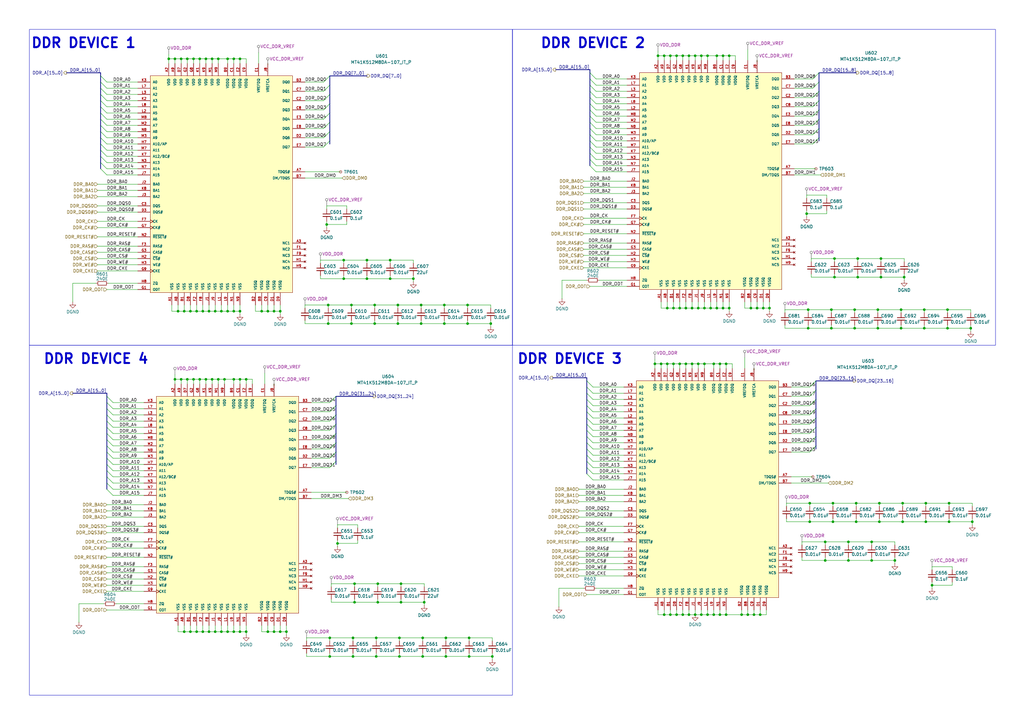
<source format=kicad_sch>
(kicad_sch (version 20250114) (generator "eeschema") (generator_version "9.0")
  (paper "A3")
  (title_block (title "Barre de son (base saine)") (date "2025-05-16") (rev "1.0") (company "NDH"))
  (rectangle (start 12.065 12.065) (end 210.185 141.605))
  (rectangle (start 210.185 12.065) (end 408.305 141.605))
  (rectangle (start 12.065 141.605) (end 210.185 285.115))
  (text "DDR DEVICE 2\n" (at 243.205 17.78 0) (effects (font (size 4 4) (thickness 0.8) (bold yes))))
  (text "DDR DEVICE 4\n" (at 39.37 147.32 0) (effects (font (size 4 4) (thickness 0.8) (bold yes))))
  (text "DDR DEVICE 3" (at 233.68 147.32 0) (effects (font (size 4 4) (thickness 0.8) (bold yes))))
  (text "DDR DEVICE 1\n" (at 34.29 17.78 0) (effects (font (size 4 4) (thickness 0.8) (bold yes))))
  (junction (at 310.515 126.365))
  (junction (at 313.055 126.365))
  (junction (at 98.425 127.635))
  (junction (at 342.265 113.665))
  (junction (at 296.545 22.86))
  (junction (at 76.835 155.575))
  (junction (at 153.67 125.095))
  (junction (at 89.535 24.13))
  (junction (at 388.62 134.62))
  (junction (at 192.405 261.62))
  (junction (at 84.455 155.575))
  (junction (at 295.275 149.225))
  (junction (at 100.965 259.08))
  (junction (at 173.355 269.24))
  (junction (at 360.045 127))
  (junction (at 282.575 22.86))
  (junction (at 107.315 127.635))
  (junction (at 114.935 259.08))
  (junction (at 281.305 126.365))
  (junction (at 389.255 206.375))
  (junction (at 86.995 24.13))
  (junction (at 347.98 229.87))
  (junction (at 182.88 269.24))
  (junction (at 370.205 213.995))
  (junction (at 276.225 149.225))
  (junction (at 90.805 259.08))
  (junction (at 79.375 155.575))
  (junction (at 95.885 259.08))
  (junction (at 379.095 134.62))
  (junction (at 95.885 24.13))
  (junction (at 93.345 127.635))
  (junction (at 291.465 126.365))
  (junction (at 287.655 252.095))
  (junction (at 182.88 261.62))
  (junction (at 85.725 127.635))
  (junction (at 360.68 213.995))
  (junction (at 100.965 155.575))
  (junction (at 154.94 239.395))
  (junction (at 294.005 126.365))
  (junction (at 86.995 155.575))
  (junction (at 163.195 125.095))
  (junction (at 112.395 259.08))
  (junction (at 331.47 127))
  (junction (at 172.72 132.715))
  (junction (at 311.785 252.095))
  (junction (at 341.63 213.995))
  (junction (at 272.415 22.86))
  (junction (at 350.52 127))
  (junction (at 75.565 259.08))
  (junction (at 379.095 127))
  (junction (at 89.535 155.575))
  (junction (at 370.205 206.375))
  (junction (at 370.84 113.665))
  (junction (at 278.765 149.225))
  (junction (at 297.815 149.225))
  (junction (at 361.315 113.665))
  (junction (at 272.415 252.095))
  (junction (at 277.495 22.86))
  (junction (at 191.77 125.095))
  (junction (at 78.105 259.08))
  (junction (at 296.545 126.365))
  (junction (at 280.035 252.095))
  (junction (at 341.63 206.375))
  (junction (at 290.195 22.86))
  (junction (at 286.385 149.225))
  (junction (at 201.93 269.24))
  (junction (at 191.77 132.715))
  (junction (at 294.005 22.86))
  (junction (at 379.73 213.995))
  (junction (at 292.735 149.225))
  (junction (at 286.385 126.365))
  (junction (at 357.505 222.25))
  (junction (at 369.57 134.62))
  (junction (at 145.415 239.395))
  (junction (at 367.03 229.87))
  (junction (at 389.255 213.995))
  (junction (at 268.605 149.225))
  (junction (at 172.72 125.095))
  (junction (at 144.78 261.62))
  (junction (at 274.955 22.86))
  (junction (at 315.595 126.365))
  (junction (at 338.455 229.87))
  (junction (at 163.83 261.62))
  (junction (at 117.475 259.08))
  (junction (at 347.98 222.25))
  (junction (at 73.025 127.635))
  (junction (at 85.725 259.08))
  (junction (at 351.155 213.995))
  (junction (at 182.245 125.095))
  (junction (at 288.925 149.225))
  (junction (at 292.735 252.095))
  (junction (at 80.645 127.635))
  (junction (at 144.145 132.715))
  (junction (at 144.78 269.24))
  (junction (at 90.805 127.635))
  (junction (at 307.975 126.365))
  (junction (at 112.395 127.635))
  (junction (at 398.145 134.62))
  (junction (at 69.215 24.13))
  (junction (at 93.345 24.13))
  (junction (at 98.425 155.575))
  (junction (at 98.425 24.13))
  (junction (at 74.295 155.575))
  (junction (at 160.02 106.68))
  (junction (at 173.355 261.62))
  (junction (at 269.875 22.86))
  (junction (at 281.305 149.225))
  (junction (at 163.83 269.24))
  (junction (at 332.105 213.995))
  (junction (at 81.915 24.13))
  (junction (at 276.225 126.365))
  (junction (at 304.165 252.095))
  (junction (at 109.855 127.635))
  (junction (at 140.97 114.3))
  (junction (at 93.345 259.08))
  (junction (at 297.815 252.095))
  (junction (at 84.455 24.13))
  (junction (at 309.245 252.095))
  (junction (at 140.97 106.68))
  (junction (at 338.455 222.25))
  (junction (at 81.915 155.575))
  (junction (at 92.075 155.575))
  (junction (at 340.995 134.62))
  (junction (at 71.755 155.575))
  (junction (at 283.845 149.225))
  (junction (at 351.79 106.045))
  (junction (at 330.835 87.63))
  (junction (at 160.02 114.3))
  (junction (at 75.565 127.635))
  (junction (at 80.645 259.08))
  (junction (at 95.885 155.575))
  (junction (at 342.265 106.045))
  (junction (at 201.295 132.715))
  (junction (at 164.465 247.015))
  (junction (at 277.495 252.095))
  (junction (at 278.765 126.365))
  (junction (at 98.425 259.08))
  (junction (at 153.67 132.715))
  (junction (at 398.78 213.995))
  (junction (at 109.855 259.08))
  (junction (at 360.045 134.62))
  (junction (at 379.73 206.375))
  (junction (at 340.995 127))
  (junction (at 360.68 206.375))
  (junction (at 169.545 114.3))
  (junction (at 273.685 149.225))
  (junction (at 163.195 132.715))
  (junction (at 295.275 252.095))
  (junction (at 388.62 127))
  (junction (at 361.315 106.045))
  (junction (at 282.575 252.095))
  (junction (at 182.245 132.715))
  (junction (at 76.835 24.13))
  (junction (at 74.295 24.13))
  (junction (at 150.495 114.3))
  (junction (at 357.505 229.87))
  (junction (at 299.085 126.365))
  (junction (at 83.185 259.08))
  (junction (at 114.935 127.635))
  (junction (at 306.705 252.095))
  (junction (at 271.145 149.225))
  (junction (at 285.115 252.095))
  (junction (at 88.265 259.08))
  (junction (at 273.685 126.365))
  (junction (at 299.085 22.86))
  (junction (at 350.52 134.62))
  (junction (at 134.62 125.095))
  (junction (at 71.755 24.13))
  (junction (at 351.155 206.375))
  (junction (at 154.305 261.62))
  (junction (at 369.57 127))
  (junction (at 192.405 269.24))
  (junction (at 290.195 252.095))
  (junction (at 351.79 113.665))
  (junction (at 88.265 127.635))
  (junction (at 154.94 247.015))
  (junction (at 145.415 247.015))
  (junction (at 283.845 126.365))
  (junction (at 150.495 106.68))
  (junction (at 138.43 222.885))
  (junction (at 173.99 247.015))
  (junction (at 95.885 127.635))
  (junction (at 154.305 269.24))
  (junction (at 332.105 206.375))
  (junction (at 78.105 127.635))
  (junction (at 285.115 22.86))
  (junction (at 79.375 24.13))
  (junction (at 382.27 240.03))
  (junction (at 164.465 239.395))
  (junction (at 134.62 132.715))
  (junction (at 274.955 252.095))
  (junction (at 280.035 22.86))
  (junction (at 287.655 22.86))
  (junction (at 331.47 134.62))
  (junction (at 133.985 92.075))
  (junction (at 135.255 269.24))
  (junction (at 144.145 125.095))
  (junction (at 135.255 261.62))
  (junction (at 83.185 127.635))
  (junction (at 288.925 126.365))
  (bus_entry (at 240.665 171.45) (size 2.54 2.54))
  (bus_entry (at 135.255 46.355) (size -2.54 2.54))
  (bus_entry (at 41.275 59.055) (size 2.54 2.54))
  (bus_entry (at 41.275 46.355) (size 2.54 2.54))
  (bus_entry (at 241.935 52.705) (size 2.54 2.54))
  (bus_entry (at 241.935 42.545) (size 2.54 2.54))
  (bus_entry (at 334.645 156.21) (size -2.54 2.54))
  (bus_entry (at 135.255 34.925) (size -2.54 2.54))
  (bus_entry (at 137.795 170.18) (size -2.54 2.54))
  (bus_entry (at 41.275 51.435) (size 2.54 2.54))
  (bus_entry (at 43.815 180.34) (size 2.54 2.54))
  (bus_entry (at 241.935 50.165) (size 2.54 2.54))
  (bus_entry (at 43.815 190.5) (size 2.54 2.54))
  (bus_entry (at 240.665 163.83) (size 2.54 2.54))
  (bus_entry (at 240.665 186.69) (size 2.54 2.54))
  (bus_entry (at 240.665 189.23) (size 2.54 2.54))
  (bus_entry (at 43.815 162.56) (size 2.54 2.54))
  (bus_entry (at 43.815 182.88) (size 2.54 2.54))
  (bus_entry (at 41.275 69.215) (size 2.54 2.54))
  (bus_entry (at 137.795 166.37) (size -2.54 2.54))
  (bus_entry (at 135.255 38.735) (size -2.54 2.54))
  (bus_entry (at 43.815 177.8) (size 2.54 2.54))
  (bus_entry (at 43.815 170.18) (size 2.54 2.54))
  (bus_entry (at 241.935 67.945) (size 2.54 2.54))
  (bus_entry (at 240.665 176.53) (size 2.54 2.54))
  (bus_entry (at 240.665 166.37) (size 2.54 2.54))
  (bus_entry (at 43.815 167.64) (size 2.54 2.54))
  (bus_entry (at 241.935 45.085) (size 2.54 2.54))
  (bus_entry (at 43.815 200.66) (size 2.54 2.54))
  (bus_entry (at 334.645 175.26) (size -2.54 2.54))
  (bus_entry (at 41.275 66.675) (size 2.54 2.54))
  (bus_entry (at 335.915 41.275) (size -2.54 2.54))
  (bus_entry (at 334.645 160.02) (size -2.54 2.54))
  (bus_entry (at 240.665 156.21) (size 2.54 2.54))
  (bus_entry (at 43.815 198.12) (size 2.54 2.54))
  (bus_entry (at 335.915 56.515) (size -2.54 2.54))
  (bus_entry (at 335.915 29.845) (size -2.54 2.54))
  (bus_entry (at 43.815 193.04) (size 2.54 2.54))
  (bus_entry (at 137.795 189.23) (size -2.54 2.54))
  (bus_entry (at 135.255 42.545) (size -2.54 2.54))
  (bus_entry (at 41.275 38.735) (size 2.54 2.54))
  (bus_entry (at 241.935 62.865) (size 2.54 2.54))
  (bus_entry (at 43.815 185.42) (size 2.54 2.54))
  (bus_entry (at 240.665 161.29) (size 2.54 2.54))
  (bus_entry (at 241.935 60.325) (size 2.54 2.54))
  (bus_entry (at 334.645 182.88) (size -2.54 2.54))
  (bus_entry (at 137.795 173.99) (size -2.54 2.54))
  (bus_entry (at 335.915 45.085) (size -2.54 2.54))
  (bus_entry (at 41.275 61.595) (size 2.54 2.54))
  (bus_entry (at 135.255 50.165) (size -2.54 2.54))
  (bus_entry (at 41.275 33.655) (size 2.54 2.54))
  (bus_entry (at 335.915 33.655) (size -2.54 2.54))
  (bus_entry (at 240.665 179.07) (size 2.54 2.54))
  (bus_entry (at 240.665 181.61) (size 2.54 2.54))
  (bus_entry (at 137.795 181.61) (size -2.54 2.54))
  (bus_entry (at 135.255 57.785) (size -2.54 2.54))
  (bus_entry (at 241.935 32.385) (size 2.54 2.54))
  (bus_entry (at 41.275 56.515) (size 2.54 2.54))
  (bus_entry (at 137.795 177.8) (size -2.54 2.54))
  (bus_entry (at 241.935 55.245) (size 2.54 2.54))
  (bus_entry (at 135.255 53.975) (size -2.54 2.54))
  (bus_entry (at 335.915 52.705) (size -2.54 2.54))
  (bus_entry (at 41.275 36.195) (size 2.54 2.54))
  (bus_entry (at 241.935 29.845) (size 2.54 2.54))
  (bus_entry (at 335.915 48.895) (size -2.54 2.54))
  (bus_entry (at 41.275 31.115) (size 2.54 2.54))
  (bus_entry (at 137.795 185.42) (size -2.54 2.54))
  (bus_entry (at 240.665 173.99) (size 2.54 2.54))
  (bus_entry (at 43.815 195.58) (size 2.54 2.54))
  (bus_entry (at 240.665 194.31) (size 2.54 2.54))
  (bus_entry (at 240.665 191.77) (size 2.54 2.54))
  (bus_entry (at 335.915 37.465) (size -2.54 2.54))
  (bus_entry (at 240.665 158.75) (size 2.54 2.54))
  (bus_entry (at 135.255 31.115) (size -2.54 2.54))
  (bus_entry (at 41.275 53.975) (size 2.54 2.54))
  (bus_entry (at 334.645 171.45) (size -2.54 2.54))
  (bus_entry (at 43.815 172.72) (size 2.54 2.54))
  (bus_entry (at 41.275 43.815) (size 2.54 2.54))
  (bus_entry (at 41.275 48.895) (size 2.54 2.54))
  (bus_entry (at 241.935 65.405) (size 2.54 2.54))
  (bus_entry (at 41.275 64.135) (size 2.54 2.54))
  (bus_entry (at 334.645 167.64) (size -2.54 2.54))
  (bus_entry (at 241.935 40.005) (size 2.54 2.54))
  (bus_entry (at 334.645 179.07) (size -2.54 2.54))
  (bus_entry (at 43.815 175.26) (size 2.54 2.54))
  (bus_entry (at 241.935 57.785) (size 2.54 2.54))
  (bus_entry (at 41.275 41.275) (size 2.54 2.54))
  (bus_entry (at 241.935 47.625) (size 2.54 2.54))
  (bus_entry (at 137.795 162.56) (size -2.54 2.54))
  (bus_entry (at 334.645 163.83) (size -2.54 2.54))
  (bus_entry (at 43.815 187.96) (size 2.54 2.54))
  (bus_entry (at 240.665 184.15) (size 2.54 2.54))
  (bus_entry (at 43.815 165.1) (size 2.54 2.54))
  (bus_entry (at 240.665 168.91) (size 2.54 2.54))
  (bus_entry (at 241.935 34.925) (size 2.54 2.54))
  (bus_entry (at 241.935 37.465) (size 2.54 2.54))
  (bus (pts (xy 43.815 198.12) (xy 43.815 200.66)))
  (wire (pts (xy 108.585 153.035) (xy 108.585 157.48)))
  (wire (pts (xy 351.155 206.375) (xy 351.155 207.645)))
  (wire (pts (xy 357.505 222.25) (xy 357.505 223.52)))
  (wire (pts (xy 131.445 113.03) (xy 131.445 114.3)))
  (wire (pts (xy 310.515 123.825) (xy 310.515 126.365)))
  (wire (pts (xy 315.595 123.825) (xy 315.595 126.365)))
  (wire (pts (xy 237.49 228.6) (xy 255.905 228.6)))
  (bus (pts (xy 240.665 166.37) (xy 240.665 168.91)))
  (wire (pts (xy 300.355 149.225) (xy 297.815 149.225)))
  (wire (pts (xy 182.88 261.62) (xy 192.405 261.62)))
  (bus (pts (xy 335.915 33.655) (xy 335.915 37.465)))
  (bus (pts (xy 240.665 168.91) (xy 240.665 171.45)))
  (wire (pts (xy 347.98 229.87) (xy 357.505 229.87)))
  (bus (pts (xy 335.915 48.895) (xy 335.915 52.705)))
  (wire (pts (xy 139.7 70.485) (xy 125.095 70.485)))
  (wire (pts (xy 100.965 256.54) (xy 100.965 259.08)))
  (bus (pts (xy 241.935 47.625) (xy 241.935 50.165)))
  (wire (pts (xy 295.275 149.225) (xy 297.815 149.225)))
  (wire (pts (xy 135.255 267.97) (xy 135.255 269.24)))
  (wire (pts (xy 46.355 198.12) (xy 59.055 198.12)))
  (wire (pts (xy 389.255 213.995) (xy 398.78 213.995)))
  (wire (pts (xy 112.395 125.095) (xy 112.395 127.635)))
  (bus (pts (xy 135.255 38.735) (xy 135.255 34.925)))
  (wire (pts (xy 361.315 113.665) (xy 370.84 113.665)))
  (wire (pts (xy 285.115 22.86) (xy 287.655 22.86)))
  (wire (pts (xy 95.885 24.13) (xy 95.885 26.035)))
  (wire (pts (xy 135.255 261.62) (xy 144.78 261.62)))
  (wire (pts (xy 40.005 75.565) (xy 56.515 75.565)))
  (wire (pts (xy 79.375 155.575) (xy 79.375 157.48)))
  (wire (pts (xy 273.685 126.365) (xy 271.145 126.365)))
  (wire (pts (xy 237.49 215.9) (xy 255.905 215.9)))
  (wire (pts (xy 340.995 134.62) (xy 350.52 134.62)))
  (wire (pts (xy 109.855 26.67) (xy 109.855 26.035)))
  (wire (pts (xy 379.73 206.375) (xy 389.255 206.375)))
  (wire (pts (xy 133.985 84.455) (xy 142.24 84.455)))
  (wire (pts (xy 240.665 114.935) (xy 230.505 114.935)))
  (wire (pts (xy 138.43 215.265) (xy 146.685 215.265)))
  (wire (pts (xy 243.205 158.75) (xy 255.905 158.75)))
  (wire (pts (xy 311.785 250.19) (xy 311.785 252.095)))
  (wire (pts (xy 153.67 125.095) (xy 163.195 125.095)))
  (wire (pts (xy 43.815 46.355) (xy 56.515 46.355)))
  (wire (pts (xy 169.545 114.3) (xy 169.545 113.03)))
  (wire (pts (xy 398.78 212.725) (xy 398.78 213.995)))
  (wire (pts (xy 95.885 155.575) (xy 98.425 155.575)))
  (wire (pts (xy 46.355 187.96) (xy 59.055 187.96)))
  (wire (pts (xy 388.62 134.62) (xy 398.145 134.62)))
  (bus (pts (xy 335.915 37.465) (xy 335.915 41.275)))
  (wire (pts (xy 40.005 97.155) (xy 56.515 97.155)))
  (wire (pts (xy 144.145 125.095) (xy 144.145 126.365)))
  (wire (pts (xy 98.425 127.635) (xy 98.425 128.905)))
  (wire (pts (xy 237.49 233.68) (xy 255.905 233.68)))
  (wire (pts (xy 321.945 134.62) (xy 321.945 133.35)))
  (wire (pts (xy 29.845 116.205) (xy 29.845 123.825)))
  (bus (pts (xy 135.255 59.055) (xy 135.255 57.785)))
  (wire (pts (xy 340.995 127) (xy 350.52 127)))
  (wire (pts (xy 324.485 162.56) (xy 332.105 162.56)))
  (bus (pts (xy 41.275 66.675) (xy 41.275 69.215)))
  (wire (pts (xy 81.915 24.13) (xy 81.915 26.035)))
  (wire (pts (xy 361.315 106.045) (xy 361.315 107.315)))
  (wire (pts (xy 324.485 170.18) (xy 332.105 170.18)))
  (wire (pts (xy 325.755 43.815) (xy 333.375 43.815)))
  (bus (pts (xy 240.665 181.61) (xy 240.665 184.15)))
  (wire (pts (xy 40.005 106.045) (xy 56.515 106.045)))
  (wire (pts (xy 287.655 22.86) (xy 287.655 24.765)))
  (wire (pts (xy 46.355 193.04) (xy 59.055 193.04)))
  (wire (pts (xy 163.195 132.715) (xy 172.72 132.715)))
  (wire (pts (xy 351.79 107.315) (xy 351.79 106.045)))
  (wire (pts (xy 43.815 51.435) (xy 56.515 51.435)))
  (wire (pts (xy 271.145 149.225) (xy 273.685 149.225)))
  (bus (pts (xy 135.255 31.115) (xy 150.495 31.115)))
  (bus (pts (xy 241.935 40.005) (xy 241.935 42.545)))
  (wire (pts (xy 100.965 26.035) (xy 100.965 24.13)))
  (wire (pts (xy 71.755 155.575) (xy 71.755 157.48)))
  (bus (pts (xy 335.915 29.845) (xy 351.155 29.845)))
  (wire (pts (xy 138.43 222.885) (xy 138.43 224.155)))
  (wire (pts (xy 268.605 147.32) (xy 268.605 149.225)))
  (wire (pts (xy 306.705 252.095) (xy 304.165 252.095)))
  (bus (pts (xy 241.935 37.465) (xy 241.935 40.005)))
  (wire (pts (xy 332.105 206.375) (xy 341.63 206.375)))
  (wire (pts (xy 76.835 155.575) (xy 76.835 157.48)))
  (wire (pts (xy 283.845 123.825) (xy 283.845 126.365)))
  (wire (pts (xy 112.395 127.635) (xy 114.935 127.635)))
  (wire (pts (xy 47.625 247.65) (xy 59.055 247.65)))
  (wire (pts (xy 40.005 86.995) (xy 56.515 86.995)))
  (wire (pts (xy 332.74 112.395) (xy 332.74 113.665)))
  (wire (pts (xy 237.49 212.09) (xy 255.905 212.09)))
  (bus (pts (xy 240.665 161.29) (xy 240.665 163.83)))
  (wire (pts (xy 367.03 229.87) (xy 367.03 231.14)))
  (wire (pts (xy 310.515 25.4) (xy 310.515 24.765)))
  (wire (pts (xy 291.465 123.825) (xy 291.465 126.365)))
  (wire (pts (xy 74.295 24.13) (xy 76.835 24.13)))
  (wire (pts (xy 173.355 269.24) (xy 182.88 269.24)))
  (wire (pts (xy 172.72 125.095) (xy 172.72 126.365)))
  (wire (pts (xy 237.49 226.06) (xy 255.905 226.06)))
  (wire (pts (xy 347.98 228.6) (xy 347.98 229.87)))
  (wire (pts (xy 112.395 158.115) (xy 112.395 157.48)))
  (wire (pts (xy 244.475 40.005) (xy 257.175 40.005)))
  (wire (pts (xy 388.62 127) (xy 398.145 127)))
  (wire (pts (xy 46.355 165.1) (xy 59.055 165.1)))
  (wire (pts (xy 360.045 134.62) (xy 369.57 134.62)))
  (wire (pts (xy 85.725 127.635) (xy 83.185 127.635)))
  (wire (pts (xy 103.505 157.48) (xy 103.505 155.575)))
  (wire (pts (xy 379.095 127) (xy 388.62 127)))
  (wire (pts (xy 292.735 149.225) (xy 292.735 151.13)))
  (wire (pts (xy 287.655 252.095) (xy 285.115 252.095)))
  (bus (pts (xy 43.815 161.29) (xy 43.815 162.56)))
  (wire (pts (xy 42.545 247.65) (xy 32.385 247.65)))
  (bus (pts (xy 241.935 57.785) (xy 241.935 60.325)))
  (wire (pts (xy 201.295 131.445) (xy 201.295 132.715)))
  (wire (pts (xy 314.325 250.19) (xy 314.325 252.095)))
  (bus (pts (xy 41.275 33.655) (xy 41.275 36.195)))
  (wire (pts (xy 360.045 127) (xy 360.045 128.27)))
  (wire (pts (xy 296.545 22.86) (xy 296.545 24.765)))
  (wire (pts (xy 239.395 109.855) (xy 257.175 109.855)))
  (wire (pts (xy 239.395 104.775) (xy 257.175 104.775)))
  (wire (pts (xy 73.025 125.095) (xy 73.025 127.635)))
  (wire (pts (xy 43.815 207.01) (xy 59.055 207.01)))
  (wire (pts (xy 237.49 205.74) (xy 255.905 205.74)))
  (wire (pts (xy 164.465 239.395) (xy 173.99 239.395)))
  (wire (pts (xy 32.385 247.65) (xy 32.385 255.27)))
  (wire (pts (xy 154.94 245.745) (xy 154.94 247.015)))
  (wire (pts (xy 370.84 113.665) (xy 370.84 112.395)))
  (wire (pts (xy 243.205 161.29) (xy 255.905 161.29)))
  (wire (pts (xy 331.47 127) (xy 340.995 127)))
  (wire (pts (xy 74.295 24.13) (xy 74.295 26.035)))
  (bus (pts (xy 334.645 171.45) (xy 334.645 175.26)))
  (wire (pts (xy 98.425 256.54) (xy 98.425 259.08)))
  (wire (pts (xy 114.935 127.635) (xy 114.935 128.905)))
  (bus (pts (xy 227.965 28.575) (xy 241.935 28.575)))
  (bus (pts (xy 240.665 191.77) (xy 240.665 194.31)))
  (wire (pts (xy 134.62 125.095) (xy 134.62 126.365)))
  (wire (pts (xy 309.245 250.19) (xy 309.245 252.095)))
  (wire (pts (xy 369.57 127) (xy 379.095 127)))
  (wire (pts (xy 142.24 84.455) (xy 142.24 85.725)))
  (wire (pts (xy 144.78 261.62) (xy 154.305 261.62)))
  (wire (pts (xy 325.755 40.005) (xy 333.375 40.005)))
  (bus (pts (xy 27.305 29.845) (xy 41.275 29.845)))
  (wire (pts (xy 78.105 125.095) (xy 78.105 127.635)))
  (bus (pts (xy 334.645 175.26) (xy 334.645 179.07)))
  (wire (pts (xy 351.79 112.395) (xy 351.79 113.665)))
  (wire (pts (xy 239.395 99.695) (xy 257.175 99.695)))
  (wire (pts (xy 328.93 222.25) (xy 328.93 223.52)))
  (wire (pts (xy 244.475 62.865) (xy 257.175 62.865)))
  (bus (pts (xy 334.645 182.88) (xy 334.645 184.15)))
  (wire (pts (xy 357.505 222.25) (xy 367.03 222.25)))
  (wire (pts (xy 313.055 126.365) (xy 315.595 126.365)))
  (bus (pts (xy 241.935 45.085) (xy 241.935 47.625)))
  (wire (pts (xy 133.985 92.075) (xy 133.985 93.345)))
  (wire (pts (xy 90.805 256.54) (xy 90.805 259.08)))
  (wire (pts (xy 310.515 126.365) (xy 313.055 126.365)))
  (wire (pts (xy 379.095 134.62) (xy 388.62 134.62)))
  (wire (pts (xy 131.445 114.3) (xy 140.97 114.3)))
  (wire (pts (xy 244.475 52.705) (xy 257.175 52.705)))
  (wire (pts (xy 86.995 155.575) (xy 86.995 157.48)))
  (wire (pts (xy 40.005 111.125) (xy 56.515 111.125)))
  (wire (pts (xy 154.94 247.015) (xy 164.465 247.015)))
  (bus (pts (xy 137.795 162.56) (xy 137.795 166.37)))
  (wire (pts (xy 288.925 149.225) (xy 292.735 149.225)))
  (wire (pts (xy 191.77 132.715) (xy 201.295 132.715)))
  (wire (pts (xy 325.755 47.625) (xy 333.375 47.625)))
  (wire (pts (xy 43.815 53.975) (xy 56.515 53.975)))
  (wire (pts (xy 80.645 259.08) (xy 78.105 259.08)))
  (wire (pts (xy 243.205 191.77) (xy 255.905 191.77)))
  (wire (pts (xy 243.205 184.15) (xy 255.905 184.15)))
  (wire (pts (xy 114.935 259.08) (xy 117.475 259.08)))
  (wire (pts (xy 273.685 123.825) (xy 273.685 126.365)))
  (wire (pts (xy 321.945 127) (xy 331.47 127)))
  (bus (pts (xy 43.815 172.72) (xy 43.815 175.26)))
  (wire (pts (xy 288.925 126.365) (xy 286.385 126.365)))
  (wire (pts (xy 43.815 234.95) (xy 59.055 234.95)))
  (wire (pts (xy 89.535 155.575) (xy 89.535 157.48)))
  (wire (pts (xy 43.815 209.55) (xy 59.055 209.55)))
  (bus (pts (xy 241.935 52.705) (xy 241.935 55.245)))
  (wire (pts (xy 89.535 155.575) (xy 92.075 155.575)))
  (wire (pts (xy 280.035 22.86) (xy 282.575 22.86)))
  (wire (pts (xy 304.165 250.19) (xy 304.165 252.095)))
  (bus (pts (xy 240.665 179.07) (xy 240.665 181.61)))
  (wire (pts (xy 309.245 151.765) (xy 309.245 151.13)))
  (bus (pts (xy 41.275 59.055) (xy 41.275 61.595)))
  (wire (pts (xy 276.225 123.825) (xy 276.225 126.365)))
  (wire (pts (xy 244.475 60.325) (xy 257.175 60.325)))
  (bus (pts (xy 240.665 189.23) (xy 240.665 191.77)))
  (wire (pts (xy 341.63 212.725) (xy 341.63 213.995)))
  (wire (pts (xy 154.94 239.395) (xy 164.465 239.395)))
  (wire (pts (xy 294.005 22.86) (xy 294.005 24.765)))
  (wire (pts (xy 43.815 118.745) (xy 56.515 118.745)))
  (wire (pts (xy 239.395 107.315) (xy 257.175 107.315)))
  (bus (pts (xy 41.275 46.355) (xy 41.275 48.895)))
  (wire (pts (xy 40.005 108.585) (xy 56.515 108.585)))
  (wire (pts (xy 160.02 106.68) (xy 160.02 107.95)))
  (wire (pts (xy 237.49 236.22) (xy 255.905 236.22)))
  (bus (pts (xy 135.255 46.355) (xy 135.255 42.545)))
  (wire (pts (xy 338.455 222.25) (xy 347.98 222.25)))
  (wire (pts (xy 290.195 252.095) (xy 292.735 252.095)))
  (wire (pts (xy 127.635 165.1) (xy 135.255 165.1)))
  (wire (pts (xy 79.375 24.13) (xy 81.915 24.13)))
  (wire (pts (xy 367.03 229.87) (xy 367.03 228.6)))
  (wire (pts (xy 43.815 43.815) (xy 56.515 43.815)))
  (wire (pts (xy 92.075 155.575) (xy 95.885 155.575)))
  (wire (pts (xy 169.545 107.95) (xy 169.545 106.68)))
  (wire (pts (xy 340.995 133.35) (xy 340.995 134.62)))
  (wire (pts (xy 201.93 267.97) (xy 201.93 269.24)))
  (wire (pts (xy 43.815 250.19) (xy 59.055 250.19)))
  (wire (pts (xy 106.045 21.59) (xy 106.045 26.035)))
  (wire (pts (xy 278.765 123.825) (xy 278.765 126.365)))
  (wire (pts (xy 85.725 256.54) (xy 85.725 259.08)))
  (wire (pts (xy 330.835 87.63) (xy 330.835 88.9)))
  (wire (pts (xy 89.535 24.13) (xy 89.535 26.035)))
  (wire (pts (xy 292.735 252.095) (xy 295.275 252.095)))
  (wire (pts (xy 306.705 250.19) (xy 306.705 252.095)))
  (wire (pts (xy 277.495 252.095) (xy 274.955 252.095)))
  (wire (pts (xy 173.355 261.62) (xy 173.355 262.89)))
  (wire (pts (xy 78.105 259.08) (xy 75.565 259.08)))
  (wire (pts (xy 239.395 95.885) (xy 257.175 95.885)))
  (wire (pts (xy 244.475 70.485) (xy 257.175 70.485)))
  (wire (pts (xy 40.005 93.345) (xy 56.515 93.345)))
  (wire (pts (xy 351.79 106.045) (xy 361.315 106.045)))
  (wire (pts (xy 280.035 252.095) (xy 282.575 252.095)))
  (wire (pts (xy 95.885 256.54) (xy 95.885 259.08)))
  (wire (pts (xy 278.765 126.365) (xy 276.225 126.365)))
  (wire (pts (xy 300.355 151.13) (xy 300.355 149.225)))
  (wire (pts (xy 144.78 267.97) (xy 144.78 269.24)))
  (wire (pts (xy 244.475 67.945) (xy 257.175 67.945)))
  (wire (pts (xy 388.62 133.35) (xy 388.62 134.62)))
  (wire (pts (xy 182.88 261.62) (xy 182.88 262.89)))
  (wire (pts (xy 46.355 200.66) (xy 59.055 200.66)))
  (wire (pts (xy 305.435 146.685) (xy 305.435 151.13)))
  (wire (pts (xy 331.47 134.62) (xy 321.945 134.62)))
  (wire (pts (xy 43.815 240.03) (xy 59.055 240.03)))
  (wire (pts (xy 75.565 256.54) (xy 75.565 259.08)))
  (wire (pts (xy 182.88 267.97) (xy 182.88 269.24)))
  (wire (pts (xy 163.195 131.445) (xy 163.195 132.715)))
  (wire (pts (xy 74.295 155.575) (xy 76.835 155.575)))
  (wire (pts (xy 107.315 259.08) (xy 109.855 259.08)))
  (wire (pts (xy 280.035 250.19) (xy 280.035 252.095)))
  (wire (pts (xy 43.815 66.675) (xy 56.515 66.675)))
  (bus (pts (xy 29.845 161.29) (xy 43.815 161.29)))
  (wire (pts (xy 398.78 213.995) (xy 398.78 215.265)))
  (wire (pts (xy 40.005 103.505) (xy 56.515 103.505)))
  (wire (pts (xy 299.085 126.365) (xy 299.085 127.635)))
  (wire (pts (xy 125.095 37.465) (xy 132.715 37.465)))
  (wire (pts (xy 239.395 74.295) (xy 257.175 74.295)))
  (wire (pts (xy 332.74 113.665) (xy 342.265 113.665)))
  (wire (pts (xy 84.455 155.575) (xy 86.995 155.575)))
  (bus (pts (xy 135.255 34.925) (xy 135.255 31.115)))
  (wire (pts (xy 244.475 45.085) (xy 257.175 45.085)))
  (wire (pts (xy 322.58 206.375) (xy 332.105 206.375)))
  (wire (pts (xy 325.755 59.055) (xy 333.375 59.055)))
  (wire (pts (xy 282.575 250.19) (xy 282.575 252.095)))
  (wire (pts (xy 146.685 222.885) (xy 138.43 222.885)))
  (wire (pts (xy 305.435 123.825) (xy 305.435 126.365)))
  (wire (pts (xy 90.805 259.08) (xy 88.265 259.08)))
  (wire (pts (xy 390.525 238.76) (xy 390.525 240.03)))
  (wire (pts (xy 69.215 24.13) (xy 71.755 24.13)))
  (bus (pts (xy 41.275 53.975) (xy 41.275 56.515)))
  (wire (pts (xy 272.415 252.095) (xy 269.875 252.095)))
  (wire (pts (xy 274.955 22.86) (xy 274.955 24.765)))
  (wire (pts (xy 85.725 259.08) (xy 83.185 259.08)))
  (wire (pts (xy 243.205 166.37) (xy 255.905 166.37)))
  (wire (pts (xy 95.885 125.095) (xy 95.885 127.635)))
  (wire (pts (xy 98.425 155.575) (xy 100.965 155.575)))
  (wire (pts (xy 125.095 132.715) (xy 125.095 131.445)))
  (wire (pts (xy 117.475 256.54) (xy 117.475 259.08)))
  (wire (pts (xy 43.815 228.6) (xy 59.055 228.6)))
  (wire (pts (xy 280.035 22.86) (xy 280.035 24.765)))
  (wire (pts (xy 338.455 223.52) (xy 338.455 222.25)))
  (wire (pts (xy 112.395 256.54) (xy 112.395 259.08)))
  (wire (pts (xy 315.595 126.365) (xy 315.595 127.635)))
  (wire (pts (xy 379.73 212.725) (xy 379.73 213.995)))
  (bus (pts (xy 241.935 62.865) (xy 241.935 65.405)))
  (bus (pts (xy 335.915 56.515) (xy 335.915 57.785)))
  (wire (pts (xy 192.405 269.24) (xy 201.93 269.24)))
  (wire (pts (xy 360.68 212.725) (xy 360.68 213.995)))
  (wire (pts (xy 281.305 149.225) (xy 281.305 151.13)))
  (wire (pts (xy 140.97 113.03) (xy 140.97 114.3)))
  (wire (pts (xy 322.58 213.995) (xy 322.58 212.725)))
  (bus (pts (xy 137.795 170.18) (xy 137.795 173.99)))
  (wire (pts (xy 43.815 56.515) (xy 56.515 56.515)))
  (wire (pts (xy 173.99 247.015) (xy 173.99 245.745)))
  (bus (pts (xy 135.255 42.545) (xy 135.255 38.735)))
  (wire (pts (xy 332.105 213.995) (xy 341.63 213.995)))
  (wire (pts (xy 339.09 87.63) (xy 330.835 87.63)))
  (wire (pts (xy 306.705 20.32) (xy 306.705 24.765)))
  (wire (pts (xy 75.565 259.08) (xy 73.025 259.08)))
  (wire (pts (xy 133.985 84.455) (xy 133.985 85.725)))
  (bus (pts (xy 241.935 50.165) (xy 241.935 52.705)))
  (wire (pts (xy 307.975 123.825) (xy 307.975 126.365)))
  (wire (pts (xy 127.635 180.34) (xy 135.255 180.34)))
  (wire (pts (xy 76.835 155.575) (xy 79.375 155.575)))
  (bus (pts (xy 43.815 185.42) (xy 43.815 187.96)))
  (wire (pts (xy 286.385 149.225) (xy 288.925 149.225)))
  (wire (pts (xy 163.195 125.095) (xy 163.195 126.365)))
  (wire (pts (xy 398.145 134.62) (xy 398.145 135.89)))
  (wire (pts (xy 334.645 69.215) (xy 325.755 69.215)))
  (wire (pts (xy 40.005 80.645) (xy 56.515 80.645)))
  (wire (pts (xy 145.415 247.015) (xy 154.94 247.015)))
  (wire (pts (xy 398.145 127) (xy 398.145 128.27)))
  (wire (pts (xy 324.485 198.12) (xy 339.725 198.12)))
  (wire (pts (xy 313.055 123.825) (xy 313.055 126.365)))
  (wire (pts (xy 93.345 259.08) (xy 90.805 259.08)))
  (wire (pts (xy 370.205 212.725) (xy 370.205 213.995)))
  (wire (pts (xy 164.465 245.745) (xy 164.465 247.015)))
  (wire (pts (xy 90.805 127.635) (xy 88.265 127.635)))
  (wire (pts (xy 135.89 239.395) (xy 145.415 239.395)))
  (wire (pts (xy 244.475 50.165) (xy 257.175 50.165)))
  (wire (pts (xy 274.955 252.095) (xy 272.415 252.095)))
  (wire (pts (xy 390.525 232.41) (xy 390.525 233.68)))
  (wire (pts (xy 182.245 132.715) (xy 191.77 132.715)))
  (wire (pts (xy 278.765 149.225) (xy 281.305 149.225)))
  (wire (pts (xy 146.685 215.265) (xy 146.685 216.535)))
  (wire (pts (xy 321.945 128.27) (xy 321.945 127)))
  (wire (pts (xy 192.405 261.62) (xy 192.405 262.89)))
  (wire (pts (xy 288.925 123.825) (xy 288.925 126.365)))
  (wire (pts (xy 69.215 24.13) (xy 69.215 26.035)))
  (wire (pts (xy 244.475 32.385) (xy 257.175 32.385)))
  (wire (pts (xy 154.305 269.24) (xy 163.83 269.24)))
  (bus (pts (xy 41.275 64.135) (xy 41.275 66.675)))
  (wire (pts (xy 98.425 24.13) (xy 98.425 26.035)))
  (bus (pts (xy 41.275 51.435) (xy 41.275 53.975)))
  (wire (pts (xy 350.52 134.62) (xy 360.045 134.62)))
  (wire (pts (xy 192.405 261.62) (xy 201.93 261.62)))
  (wire (pts (xy 332.105 212.725) (xy 332.105 213.995)))
  (wire (pts (xy 287.655 252.095) (xy 290.195 252.095)))
  (wire (pts (xy 138.43 215.265) (xy 138.43 216.535)))
  (wire (pts (xy 390.525 240.03) (xy 382.27 240.03)))
  (wire (pts (xy 140.97 114.3) (xy 150.495 114.3)))
  (wire (pts (xy 154.94 240.665) (xy 154.94 239.395)))
  (wire (pts (xy 370.205 213.995) (xy 379.73 213.995)))
  (wire (pts (xy 309.245 252.095) (xy 306.705 252.095)))
  (wire (pts (xy 83.185 259.08) (xy 80.645 259.08)))
  (wire (pts (xy 285.115 250.19) (xy 285.115 252.095)))
  (bus (pts (xy 135.255 50.165) (xy 135.255 46.355)))
  (wire (pts (xy 150.495 106.68) (xy 160.02 106.68)))
  (wire (pts (xy 379.73 206.375) (xy 379.73 207.645)))
  (wire (pts (xy 125.095 73.025) (xy 140.335 73.025)))
  (wire (pts (xy 340.995 127) (xy 340.995 128.27)))
  (wire (pts (xy 75.565 125.095) (xy 75.565 127.635)))
  (wire (pts (xy 182.245 125.095) (xy 182.245 126.365)))
  (wire (pts (xy 330.835 86.36) (xy 330.835 87.63)))
  (wire (pts (xy 341.63 206.375) (xy 341.63 207.645)))
  (wire (pts (xy 73.025 127.635) (xy 70.485 127.635)))
  (wire (pts (xy 277.495 22.86) (xy 280.035 22.86)))
  (wire (pts (xy 43.815 61.595) (xy 56.515 61.595)))
  (bus (pts (xy 240.665 163.83) (xy 240.665 166.37)))
  (wire (pts (xy 109.855 127.635) (xy 112.395 127.635)))
  (wire (pts (xy 112.395 259.08) (xy 114.935 259.08)))
  (wire (pts (xy 370.205 206.375) (xy 379.73 206.375)))
  (wire (pts (xy 287.655 22.86) (xy 290.195 22.86)))
  (wire (pts (xy 276.225 149.225) (xy 278.765 149.225)))
  (wire (pts (xy 325.755 51.435) (xy 333.375 51.435)))
  (wire (pts (xy 379.095 133.35) (xy 379.095 134.62)))
  (wire (pts (xy 237.49 218.44) (xy 255.905 218.44)))
  (wire (pts (xy 43.815 224.79) (xy 59.055 224.79)))
  (wire (pts (xy 243.205 189.23) (xy 255.905 189.23)))
  (bus (pts (xy 41.275 29.845) (xy 41.275 31.115)))
  (bus (pts (xy 240.665 158.75) (xy 240.665 161.29)))
  (bus (pts (xy 43.815 187.96) (xy 43.815 190.5)))
  (wire (pts (xy 290.195 22.86) (xy 290.195 24.765)))
  (wire (pts (xy 163.83 269.24) (xy 173.355 269.24)))
  (wire (pts (xy 389.255 212.725) (xy 389.255 213.995)))
  (bus (pts (xy 43.815 167.64) (xy 43.815 170.18)))
  (wire (pts (xy 154.305 261.62) (xy 163.83 261.62)))
  (wire (pts (xy 244.475 241.3) (xy 255.905 241.3)))
  (bus (pts (xy 241.935 42.545) (xy 241.935 45.085)))
  (wire (pts (xy 43.815 69.215) (xy 56.515 69.215)))
  (wire (pts (xy 239.395 241.3) (xy 229.235 241.3)))
  (wire (pts (xy 145.415 240.665) (xy 145.415 239.395)))
  (wire (pts (xy 281.305 126.365) (xy 278.765 126.365)))
  (wire (pts (xy 309.245 252.095) (xy 311.785 252.095)))
  (wire (pts (xy 150.495 113.03) (xy 150.495 114.3)))
  (wire (pts (xy 239.395 76.835) (xy 257.175 76.835)))
  (wire (pts (xy 324.485 166.37) (xy 332.105 166.37)))
  (wire (pts (xy 131.445 106.68) (xy 140.97 106.68)))
  (bus (pts (xy 137.795 173.99) (xy 137.795 177.8)))
  (bus (pts (xy 241.935 32.385) (xy 241.935 34.925)))
  (wire (pts (xy 142.24 92.075) (xy 133.985 92.075)))
  (wire (pts (xy 351.155 206.375) (xy 360.68 206.375)))
  (wire (pts (xy 135.255 269.24) (xy 125.73 269.24)))
  (wire (pts (xy 324.485 173.99) (xy 332.105 173.99)))
  (wire (pts (xy 341.63 206.375) (xy 351.155 206.375)))
  (wire (pts (xy 164.465 247.015) (xy 173.99 247.015)))
  (wire (pts (xy 277.495 22.86) (xy 277.495 24.765)))
  (wire (pts (xy 95.885 259.08) (xy 93.345 259.08)))
  (wire (pts (xy 305.435 126.365) (xy 307.975 126.365)))
  (wire (pts (xy 296.545 123.825) (xy 296.545 126.365)))
  (bus (pts (xy 335.915 45.085) (xy 335.915 48.895)))
  (wire (pts (xy 144.145 132.715) (xy 153.67 132.715)))
  (wire (pts (xy 239.395 83.185) (xy 257.175 83.185)))
  (bus (pts (xy 137.795 166.37) (xy 137.795 170.18)))
  (wire (pts (xy 163.83 267.97) (xy 163.83 269.24)))
  (wire (pts (xy 237.49 203.2) (xy 255.905 203.2)))
  (wire (pts (xy 142.24 201.93) (xy 127.635 201.93)))
  (wire (pts (xy 125.73 261.62) (xy 135.255 261.62)))
  (wire (pts (xy 93.345 256.54) (xy 93.345 259.08)))
  (wire (pts (xy 272.415 22.86) (xy 274.955 22.86)))
  (wire (pts (xy 43.815 36.195) (xy 56.515 36.195)))
  (wire (pts (xy 290.195 22.86) (xy 294.005 22.86)))
  (wire (pts (xy 285.115 22.86) (xy 285.115 24.765)))
  (wire (pts (xy 80.645 127.635) (xy 78.105 127.635)))
  (wire (pts (xy 89.535 24.13) (xy 93.345 24.13)))
  (wire (pts (xy 328.93 229.87) (xy 338.455 229.87)))
  (wire (pts (xy 201.93 269.24) (xy 201.93 270.51)))
  (wire (pts (xy 125.095 56.515) (xy 132.715 56.515)))
  (wire (pts (xy 382.27 240.03) (xy 382.27 241.3)))
  (wire (pts (xy 43.815 232.41) (xy 59.055 232.41)))
  (wire (pts (xy 244.475 57.785) (xy 257.175 57.785)))
  (wire (pts (xy 160.02 114.3) (xy 169.545 114.3)))
  (wire (pts (xy 79.375 155.575) (xy 81.915 155.575)))
  (wire (pts (xy 322.58 207.645) (xy 322.58 206.375)))
  (wire (pts (xy 154.305 267.97) (xy 154.305 269.24)))
  (wire (pts (xy 76.835 24.13) (xy 79.375 24.13)))
  (wire (pts (xy 172.72 132.715) (xy 182.245 132.715)))
  (wire (pts (xy 379.73 213.995) (xy 389.255 213.995)))
  (wire (pts (xy 40.005 90.805) (xy 56.515 90.805)))
  (wire (pts (xy 86.995 155.575) (xy 89.535 155.575)))
  (bus (pts (xy 41.275 31.115) (xy 41.275 33.655)))
  (bus (pts (xy 240.665 171.45) (xy 240.665 173.99)))
  (wire (pts (xy 144.145 131.445) (xy 144.145 132.715)))
  (wire (pts (xy 239.395 92.075) (xy 257.175 92.075)))
  (wire (pts (xy 43.815 215.9) (xy 59.055 215.9)))
  (wire (pts (xy 71.755 153.67) (xy 71.755 155.575)))
  (wire (pts (xy 277.495 250.19) (xy 277.495 252.095)))
  (wire (pts (xy 127.635 187.96) (xy 135.255 187.96)))
  (wire (pts (xy 78.105 127.635) (xy 75.565 127.635)))
  (wire (pts (xy 324.485 177.8) (xy 332.105 177.8)))
  (wire (pts (xy 351.155 212.725) (xy 351.155 213.995)))
  (wire (pts (xy 369.57 127) (xy 369.57 128.27)))
  (wire (pts (xy 272.415 250.19) (xy 272.415 252.095)))
  (wire (pts (xy 332.105 213.995) (xy 322.58 213.995)))
  (wire (pts (xy 370.84 113.665) (xy 370.84 114.935)))
  (wire (pts (xy 109.855 259.08) (xy 112.395 259.08)))
  (wire (pts (xy 277.495 252.095) (xy 280.035 252.095)))
  (wire (pts (xy 351.79 113.665) (xy 361.315 113.665)))
  (wire (pts (xy 133.985 90.805) (xy 133.985 92.075)))
  (wire (pts (xy 100.965 259.08) (xy 100.965 260.35)))
  (wire (pts (xy 268.605 149.225) (xy 271.145 149.225)))
  (wire (pts (xy 342.265 106.045) (xy 351.79 106.045)))
  (wire (pts (xy 76.835 24.13) (xy 76.835 26.035)))
  (wire (pts (xy 243.205 173.99) (xy 255.905 173.99)))
  (wire (pts (xy 154.305 261.62) (xy 154.305 262.89)))
  (wire (pts (xy 107.315 127.635) (xy 109.855 127.635)))
  (bus (pts (xy 241.935 60.325) (xy 241.935 62.865)))
  (wire (pts (xy 243.205 176.53) (xy 255.905 176.53)))
  (wire (pts (xy 46.355 172.72) (xy 59.055 172.72)))
  (wire (pts (xy 125.73 262.89) (xy 125.73 261.62)))
  (wire (pts (xy 173.99 240.665) (xy 173.99 239.395)))
  (wire (pts (xy 237.49 231.14) (xy 255.905 231.14)))
  (bus (pts (xy 41.275 41.275) (xy 41.275 43.815)))
  (wire (pts (xy 109.855 256.54) (xy 109.855 259.08)))
  (bus (pts (xy 41.275 61.595) (xy 41.275 64.135)))
  (wire (pts (xy 369.57 134.62) (xy 379.095 134.62)))
  (wire (pts (xy 281.305 149.225) (xy 283.845 149.225)))
  (wire (pts (xy 360.045 127) (xy 369.57 127)))
  (wire (pts (xy 243.205 171.45) (xy 255.905 171.45)))
  (wire (pts (xy 237.49 222.25) (xy 255.905 222.25)))
  (wire (pts (xy 182.245 131.445) (xy 182.245 132.715)))
  (wire (pts (xy 125.095 45.085) (xy 132.715 45.085)))
  (wire (pts (xy 125.095 60.325) (xy 132.715 60.325)))
  (wire (pts (xy 324.485 158.75) (xy 332.105 158.75)))
  (wire (pts (xy 382.27 232.41) (xy 390.525 232.41)))
  (wire (pts (xy 103.505 155.575) (xy 100.965 155.575)))
  (wire (pts (xy 304.165 252.095) (xy 297.815 252.095)))
  (wire (pts (xy 296.545 126.365) (xy 294.005 126.365)))
  (wire (pts (xy 135.255 261.62) (xy 135.255 262.89)))
  (wire (pts (xy 163.83 261.62) (xy 163.83 262.89)))
  (wire (pts (xy 125.095 33.655) (xy 132.715 33.655)))
  (wire (pts (xy 296.545 22.86) (xy 299.085 22.86)))
  (wire (pts (xy 134.62 131.445) (xy 134.62 132.715)))
  (wire (pts (xy 71.755 24.13) (xy 74.295 24.13)))
  (wire (pts (xy 43.815 218.44) (xy 59.055 218.44)))
  (wire (pts (xy 39.37 116.205) (xy 29.845 116.205)))
  (wire (pts (xy 283.845 149.225) (xy 286.385 149.225)))
  (wire (pts (xy 294.005 123.825) (xy 294.005 126.365)))
  (wire (pts (xy 150.495 114.3) (xy 160.02 114.3)))
  (wire (pts (xy 297.815 149.225) (xy 297.815 151.13)))
  (wire (pts (xy 43.815 59.055) (xy 56.515 59.055)))
  (wire (pts (xy 295.275 149.225) (xy 295.275 151.13)))
  (wire (pts (xy 95.885 155.575) (xy 95.885 157.48)))
  (bus (pts (xy 241.935 65.405) (xy 241.935 67.945)))
  (wire (pts (xy 80.645 256.54) (xy 80.645 259.08)))
  (wire (pts (xy 287.655 250.19) (xy 287.655 252.095)))
  (bus (pts (xy 241.935 29.845) (xy 241.935 32.385)))
  (wire (pts (xy 46.355 195.58) (xy 59.055 195.58)))
  (wire (pts (xy 74.295 155.575) (xy 74.295 157.48)))
  (wire (pts (xy 98.425 125.095) (xy 98.425 127.635)))
  (wire (pts (xy 299.085 126.365) (xy 296.545 126.365)))
  (wire (pts (xy 328.93 228.6) (xy 328.93 229.87)))
  (wire (pts (xy 328.93 222.25) (xy 338.455 222.25)))
  (wire (pts (xy 350.52 133.35) (xy 350.52 134.62)))
  (wire (pts (xy 88.265 125.095) (xy 88.265 127.635)))
  (wire (pts (xy 297.815 250.19) (xy 297.815 252.095)))
  (bus (pts (xy 240.665 156.21) (xy 240.665 158.75)))
  (wire (pts (xy 46.355 167.64) (xy 59.055 167.64)))
  (bus (pts (xy 241.935 34.925) (xy 241.935 37.465)))
  (wire (pts (xy 140.97 106.68) (xy 150.495 106.68)))
  (wire (pts (xy 360.68 206.375) (xy 360.68 207.645)))
  (wire (pts (xy 243.205 194.31) (xy 255.905 194.31)))
  (wire (pts (xy 173.99 247.015) (xy 173.99 248.285)))
  (wire (pts (xy 229.235 241.3) (xy 229.235 248.92)))
  (wire (pts (xy 299.085 22.86) (xy 299.085 24.765)))
  (wire (pts (xy 84.455 24.13) (xy 86.995 24.13)))
  (wire (pts (xy 172.72 125.095) (xy 182.245 125.095)))
  (wire (pts (xy 78.105 256.54) (xy 78.105 259.08)))
  (wire (pts (xy 182.88 269.24) (xy 192.405 269.24)))
  (wire (pts (xy 342.265 113.665) (xy 351.79 113.665)))
  (wire (pts (xy 98.425 155.575) (xy 98.425 157.48)))
  (wire (pts (xy 150.495 107.95) (xy 150.495 106.68)))
  (wire (pts (xy 144.78 261.62) (xy 144.78 262.89)))
  (bus (pts (xy 226.695 154.94) (xy 240.665 154.94)))
  (wire (pts (xy 138.43 221.615) (xy 138.43 222.885)))
  (wire (pts (xy 135.89 247.015) (xy 145.415 247.015)))
  (wire (pts (xy 307.975 126.365) (xy 310.515 126.365)))
  (wire (pts (xy 243.205 163.83) (xy 255.905 163.83)))
  (wire (pts (xy 125.095 48.895) (xy 132.715 48.895)))
  (wire (pts (xy 163.83 261.62) (xy 173.355 261.62)))
  (wire (pts (xy 244.475 42.545) (xy 257.175 42.545)))
  (wire (pts (xy 360.045 133.35) (xy 360.045 134.62)))
  (wire (pts (xy 297.815 252.095) (xy 295.275 252.095)))
  (bus (pts (xy 43.815 182.88) (xy 43.815 185.42)))
  (bus (pts (xy 240.665 176.53) (xy 240.665 179.07)))
  (wire (pts (xy 286.385 149.225) (xy 286.385 151.13)))
  (wire (pts (xy 382.27 238.76) (xy 382.27 240.03)))
  (wire (pts (xy 135.89 245.745) (xy 135.89 247.015)))
  (wire (pts (xy 173.355 267.97) (xy 173.355 269.24)))
  (wire (pts (xy 361.315 112.395) (xy 361.315 113.665)))
  (wire (pts (xy 243.205 186.69) (xy 255.905 186.69)))
  (wire (pts (xy 125.095 125.095) (xy 134.62 125.095)))
  (wire (pts (xy 71.755 155.575) (xy 74.295 155.575)))
  (wire (pts (xy 360.68 206.375) (xy 370.205 206.375)))
  (wire (pts (xy 92.075 155.575) (xy 92.075 157.48)))
  (bus (pts (xy 43.815 193.04) (xy 43.815 195.58)))
  (wire (pts (xy 80.645 125.095) (xy 80.645 127.635)))
  (wire (pts (xy 100.965 259.08) (xy 98.425 259.08)))
  (wire (pts (xy 294.005 22.86) (xy 296.545 22.86)))
  (wire (pts (xy 69.215 22.225) (xy 69.215 24.13)))
  (wire (pts (xy 127.635 168.91) (xy 135.255 168.91)))
  (wire (pts (xy 127.635 176.53) (xy 135.255 176.53)))
  (wire (pts (xy 239.395 79.375) (xy 257.175 79.375)))
  (wire (pts (xy 292.735 250.19) (xy 292.735 252.095)))
  (wire (pts (xy 70.485 127.635) (xy 70.485 125.095)))
  (wire (pts (xy 43.815 41.275) (xy 56.515 41.275)))
  (wire (pts (xy 338.455 228.6) (xy 338.455 229.87)))
  (wire (pts (xy 286.385 123.825) (xy 286.385 126.365)))
  (wire (pts (xy 191.77 125.095) (xy 191.77 126.365)))
  (wire (pts (xy 153.67 132.715) (xy 163.195 132.715)))
  (bus (pts (xy 43.815 170.18) (xy 43.815 172.72)))
  (wire (pts (xy 281.305 123.825) (xy 281.305 126.365)))
  (wire (pts (xy 98.425 259.08) (xy 95.885 259.08)))
  (bus (pts (xy 43.815 177.8) (xy 43.815 180.34)))
  (wire (pts (xy 144.145 125.095) (xy 153.67 125.095)))
  (wire (pts (xy 127.635 172.72) (xy 135.255 172.72)))
  (wire (pts (xy 294.005 126.365) (xy 291.465 126.365)))
  (wire (pts (xy 331.47 134.62) (xy 340.995 134.62)))
  (wire (pts (xy 382.27 232.41) (xy 382.27 233.68)))
  (wire (pts (xy 272.415 22.86) (xy 272.415 24.765)))
  (wire (pts (xy 332.74 106.045) (xy 332.74 107.315)))
  (wire (pts (xy 240.665 243.84) (xy 255.905 243.84)))
  (wire (pts (xy 342.265 112.395) (xy 342.265 113.665)))
  (wire (pts (xy 43.815 242.57) (xy 59.055 242.57)))
  (wire (pts (xy 325.755 71.755) (xy 336.55 71.755)))
  (wire (pts (xy 339.09 86.36) (xy 339.09 87.63)))
  (wire (pts (xy 274.955 22.86) (xy 277.495 22.86)))
  (wire (pts (xy 333.375 195.58) (xy 324.485 195.58)))
  (wire (pts (xy 86.995 24.13) (xy 89.535 24.13)))
  (wire (pts (xy 361.315 106.045) (xy 370.84 106.045)))
  (wire (pts (xy 95.885 127.635) (xy 93.345 127.635)))
  (bus (pts (xy 240.665 184.15) (xy 240.665 186.69)))
  (wire (pts (xy 330.835 80.01) (xy 339.09 80.01)))
  (wire (pts (xy 84.455 24.13) (xy 84.455 26.035)))
  (wire (pts (xy 107.315 256.54) (xy 107.315 259.08)))
  (wire (pts (xy 230.505 114.935) (xy 230.505 122.555)))
  (wire (pts (xy 245.745 114.935) (xy 257.175 114.935)))
  (wire (pts (xy 370.205 206.375) (xy 370.205 207.645)))
  (wire (pts (xy 269.875 252.095) (xy 269.875 250.19)))
  (wire (pts (xy 125.73 269.24) (xy 125.73 267.97)))
  (wire (pts (xy 347.98 223.52) (xy 347.98 222.25)))
  (wire (pts (xy 44.45 116.205) (xy 56.515 116.205)))
  (wire (pts (xy 43.815 237.49) (xy 59.055 237.49)))
  (wire (pts (xy 201.93 261.62) (xy 201.93 262.89)))
  (wire (pts (xy 81.915 155.575) (xy 84.455 155.575)))
  (wire (pts (xy 93.345 127.635) (xy 90.805 127.635)))
  (bus (pts (xy 240.665 173.99) (xy 240.665 176.53)))
  (wire (pts (xy 282.575 22.86) (xy 285.115 22.86)))
  (bus (pts (xy 137.795 189.23) (xy 137.795 190.5)))
  (wire (pts (xy 243.205 196.85) (xy 255.905 196.85)))
  (wire (pts (xy 125.095 126.365) (xy 125.095 125.095)))
  (wire (pts (xy 43.815 212.09) (xy 59.055 212.09)))
  (wire (pts (xy 244.475 65.405) (xy 257.175 65.405)))
  (wire (pts (xy 331.47 127) (xy 331.47 128.27)))
  (wire (pts (xy 290.195 250.19) (xy 290.195 252.095)))
  (wire (pts (xy 93.345 125.095) (xy 93.345 127.635)))
  (wire (pts (xy 160.02 106.68) (xy 169.545 106.68)))
  (wire (pts (xy 269.875 22.86) (xy 272.415 22.86)))
  (wire (pts (xy 81.915 155.575) (xy 81.915 157.48)))
  (wire (pts (xy 93.345 24.13) (xy 95.885 24.13)))
  (wire (pts (xy 192.405 267.97) (xy 192.405 269.24)))
  (wire (pts (xy 273.685 149.225) (xy 276.225 149.225)))
  (wire (pts (xy 75.565 127.635) (xy 73.025 127.635)))
  (bus (pts (xy 334.645 156.21) (xy 349.885 156.21)))
  (wire (pts (xy 88.265 256.54) (xy 88.265 259.08)))
  (wire (pts (xy 134.62 132.715) (xy 125.095 132.715)))
  (wire (pts (xy 40.005 100.965) (xy 56.515 100.965)))
  (wire (pts (xy 389.255 206.375) (xy 398.78 206.375)))
  (wire (pts (xy 43.815 222.25) (xy 59.055 222.25)))
  (wire (pts (xy 173.355 261.62) (xy 182.88 261.62)))
  (wire (pts (xy 93.345 24.13) (xy 93.345 26.035)))
  (wire (pts (xy 73.025 259.08) (xy 73.025 256.54)))
  (wire (pts (xy 342.265 107.315) (xy 342.265 106.045)))
  (wire (pts (xy 325.755 36.195) (xy 333.375 36.195)))
  (wire (pts (xy 332.74 106.045) (xy 342.265 106.045)))
  (wire (pts (xy 273.685 149.225) (xy 273.685 151.13)))
  (wire (pts (xy 172.72 131.445) (xy 172.72 132.715)))
  (wire (pts (xy 350.52 127) (xy 350.52 128.27)))
  (wire (pts (xy 95.885 24.13) (xy 98.425 24.13)))
  (wire (pts (xy 301.625 24.765) (xy 301.625 22.86)))
  (wire (pts (xy 398.145 133.35) (xy 398.145 134.62)))
  (wire (pts (xy 357.505 228.6) (xy 357.505 229.87)))
  (bus (pts (xy 240.665 154.94) (xy 240.665 156.21)))
  (wire (pts (xy 291.465 126.365) (xy 288.925 126.365)))
  (wire (pts (xy 100.965 155.575) (xy 100.965 157.48)))
  (bus (pts (xy 241.935 28.575) (xy 241.935 29.845)))
  (wire (pts (xy 71.755 24.13) (xy 71.755 26.035)))
  (wire (pts (xy 367.03 223.52) (xy 367.03 222.25)))
  (wire (pts (xy 338.455 229.87) (xy 347.98 229.87)))
  (wire (pts (xy 244.475 47.625) (xy 257.175 47.625)))
  (wire (pts (xy 360.68 213.995) (xy 370.205 213.995)))
  (wire (pts (xy 83.185 256.54) (xy 83.185 259.08)))
  (wire (pts (xy 268.605 149.225) (xy 268.605 151.13)))
  (bus (pts (xy 335.915 29.845) (xy 335.915 33.655)))
  (wire (pts (xy 104.775 125.095) (xy 104.775 127.635)))
  (bus (pts (xy 43.815 190.5) (xy 43.815 193.04)))
  (wire (pts (xy 160.02 113.03) (xy 160.02 114.3)))
  (wire (pts (xy 292.735 149.225) (xy 295.275 149.225)))
  (bus (pts (xy 137.795 181.61) (xy 137.795 185.42)))
  (wire (pts (xy 125.095 52.705) (xy 132.715 52.705)))
  (wire (pts (xy 88.265 259.08) (xy 85.725 259.08)))
  (wire (pts (xy 330.835 80.01) (xy 330.835 81.28)))
  (wire (pts (xy 243.205 181.61) (xy 255.905 181.61)))
  (wire (pts (xy 135.89 239.395) (xy 135.89 240.665)))
  (bus (pts (xy 334.645 163.83) (xy 334.645 167.64)))
  (wire (pts (xy 104.775 127.635) (xy 107.315 127.635)))
  (wire (pts (xy 351.155 213.995) (xy 360.68 213.995)))
  (wire (pts (xy 153.67 125.095) (xy 153.67 126.365)))
  (wire (pts (xy 107.315 125.095) (xy 107.315 127.635)))
  (wire (pts (xy 244.475 55.245) (xy 257.175 55.245)))
  (wire (pts (xy 286.385 126.365) (xy 283.845 126.365)))
  (wire (pts (xy 145.415 245.745) (xy 145.415 247.015)))
  (wire (pts (xy 341.63 213.995) (xy 351.155 213.995)))
  (wire (pts (xy 163.195 125.095) (xy 172.72 125.095)))
  (wire (pts (xy 40.005 84.455) (xy 56.515 84.455)))
  (wire (pts (xy 239.395 85.725) (xy 257.175 85.725)))
  (wire (pts (xy 114.935 125.095) (xy 114.935 127.635)))
  (wire (pts (xy 301.625 22.86) (xy 299.085 22.86)))
  (wire (pts (xy 325.755 55.245) (xy 333.375 55.245)))
  (wire (pts (xy 324.485 181.61) (xy 332.105 181.61)))
  (wire (pts (xy 324.485 185.42) (xy 332.105 185.42)))
  (wire (pts (xy 43.815 71.755) (xy 56.515 71.755)))
  (wire (pts (xy 127.635 191.77) (xy 135.255 191.77)))
  (bus (pts (xy 41.275 56.515) (xy 41.275 59.055)))
  (wire (pts (xy 269.875 20.955) (xy 269.875 22.86)))
  (wire (pts (xy 311.785 252.095) (xy 314.325 252.095)))
  (wire (pts (xy 43.815 38.735) (xy 56.515 38.735)))
  (wire (pts (xy 271.145 126.365) (xy 271.145 123.825)))
  (wire (pts (xy 288.925 149.225) (xy 288.925 151.13)))
  (wire (pts (xy 46.355 170.18) (xy 59.055 170.18)))
  (wire (pts (xy 131.445 106.68) (xy 131.445 107.95)))
  (bus (pts (xy 334.645 179.07) (xy 334.645 182.88)))
  (wire (pts (xy 237.49 200.66) (xy 255.905 200.66)))
  (wire (pts (xy 191.77 131.445) (xy 191.77 132.715)))
  (wire (pts (xy 127.635 204.47) (xy 142.875 204.47)))
  (bus (pts (xy 137.795 185.42) (xy 137.795 189.23)))
  (wire (pts (xy 201.295 132.715) (xy 201.295 133.985)))
  (wire (pts (xy 100.965 24.13) (xy 98.425 24.13)))
  (wire (pts (xy 86.995 24.13) (xy 86.995 26.035)))
  (wire (pts (xy 379.095 127) (xy 379.095 128.27)))
  (wire (pts (xy 347.98 222.25) (xy 357.505 222.25)))
  (wire (pts (xy 339.09 80.01) (xy 339.09 81.28)))
  (wire (pts (xy 125.095 41.275) (xy 132.715 41.275)))
  (wire (pts (xy 46.355 175.26) (xy 59.055 175.26)))
  (wire (pts (xy 134.62 125.095) (xy 144.145 125.095)))
  (wire (pts (xy 46.355 185.42) (xy 59.055 185.42)))
  (wire (pts (xy 127.635 184.15) (xy 135.255 184.15)))
  (wire (pts (xy 153.67 131.445) (xy 153.67 132.715)))
  (wire (pts (xy 46.355 190.5) (xy 59.055 190.5)))
  (wire (pts (xy 145.415 239.395) (xy 154.94 239.395)))
  (wire (pts (xy 239.395 102.235) (xy 257.175 102.235)))
  (wire (pts (xy 83.185 125.095) (xy 83.185 127.635)))
  (wire (pts (xy 243.205 179.07) (xy 255.905 179.07)))
  (wire (pts (xy 369.57 133.35) (xy 369.57 134.62)))
  (bus (pts (xy 335.915 41.275) (xy 335.915 45.085)))
  (wire (pts (xy 43.815 64.135) (xy 56.515 64.135)))
  (bus (pts (xy 135.255 53.975) (xy 135.255 50.165)))
  (wire (pts (xy 274.955 250.19) (xy 274.955 252.095)))
  (wire (pts (xy 46.355 203.2) (xy 59.055 203.2)))
  (bus (pts (xy 335.915 52.705) (xy 335.915 56.515)))
  (wire (pts (xy 81.915 24.13) (xy 84.455 24.13)))
  (wire (pts (xy 140.97 107.95) (xy 140.97 106.68)))
  (wire (pts (xy 83.185 127.635) (xy 80.645 127.635)))
  (wire (pts (xy 117.475 259.08) (xy 117.475 260.35)))
  (wire (pts (xy 276.225 126.365) (xy 273.685 126.365)))
  (wire (pts (xy 389.255 206.375) (xy 389.255 207.645)))
  (wire (pts (xy 79.375 24.13) (xy 79.375 26.035)))
  (wire (pts (xy 43.815 48.895) (xy 56.515 48.895)))
  (wire (pts (xy 237.49 209.55) (xy 255.905 209.55)))
  (wire (pts (xy 350.52 127) (xy 360.045 127)))
  (wire (pts (xy 201.295 125.095) (xy 201.295 126.365)))
  (wire (pts (xy 271.145 149.225) (xy 271.145 151.13)))
  (wire (pts (xy 84.455 155.575) (xy 84.455 157.48)))
  (bus (pts (xy 43.815 195.58) (xy 43.815 198.12)))
  (wire (pts (xy 135.255 269.24) (xy 144.78 269.24)))
  (bus (pts (xy 41.275 38.735) (xy 41.275 41.275)))
  (wire (pts (xy 332.105 206.375) (xy 332.105 207.645)))
  (wire (pts (xy 357.505 229.87) (xy 367.03 229.87)))
  (bus (pts (xy 334.645 167.64) (xy 334.645 171.45)))
  (bus (pts (xy 41.275 48.895) (xy 41.275 51.435)))
  (wire (pts (xy 278.765 149.225) (xy 278.765 151.13)))
  (wire (pts (xy 398.78 206.375) (xy 398.78 207.645)))
  (bus (pts (xy 41.275 36.195) (xy 41.275 38.735)))
  (wire (pts (xy 191.77 125.095) (xy 201.295 125.095)))
  (wire (pts (xy 144.78 269.24) (xy 154.305 269.24)))
  (wire (pts (xy 46.355 180.34) (xy 59.055 180.34)))
  (wire (pts (xy 283.845 126.365) (xy 281.305 126.365)))
  (wire (pts (xy 239.395 89.535) (xy 257.175 89.535)))
  (wire (pts (xy 388.62 127) (xy 388.62 128.27)))
  (wire (pts (xy 164.465 239.395) (xy 164.465 240.665)))
  (wire (pts (xy 146.685 221.615) (xy 146.685 222.885)))
  (wire (pts (xy 295.275 250.19) (xy 295.275 252.095)))
  (wire (pts (xy 169.545 114.3) (xy 169.545 115.57)))
  (bus (pts (xy 334.645 160.02) (xy 334.645 163.83)))
  (bus (pts (xy 137.795 162.56) (xy 153.035 162.56)))
  (bus (pts (xy 43.815 180.34) (xy 43.815 182.88)))
  (bus (pts (xy 41.275 43.815) (xy 41.275 46.355)))
  (wire (pts (xy 331.47 133.35) (xy 331.47 134.62)))
  (wire (pts (xy 90.805 125.095) (xy 90.805 127.635)))
  (wire (pts (xy 40.005 78.105) (xy 56.515 78.105)))
  (wire (pts (xy 244.475 37.465) (xy 257.175 37.465)))
  (wire (pts (xy 285.115 252.095) (xy 282.575 252.095)))
  (wire (pts (xy 325.755 32.385) (xy 333.375 32.385)))
  (wire (pts (xy 282.575 22.86) (xy 282.575 24.765)))
  (wire (pts (xy 276.225 149.225) (xy 276.225 151.13)))
  (wire (pts (xy 88.265 127.635) (xy 85.725 127.635)))
  (wire (pts (xy 244.475 34.925) (xy 257.175 34.925)))
  (bus (pts (xy 43.815 165.1) (xy 43.815 167.64)))
  (wire (pts (xy 43.815 33.655) (xy 56.515 33.655)))
  (wire (pts (xy 114.935 256.54) (xy 114.935 259.08)))
  (bus (pts (xy 334.645 156.21) (xy 334.645 160.02)))
  (wire (pts (xy 46.355 177.8) (xy 59.055 177.8)))
  (wire (pts (xy 299.085 123.825) (xy 299.085 126.365)))
  (wire (pts (xy 370.84 107.315) (xy 370.84 106.045)))
  (wire (pts (xy 46.355 182.88) (xy 59.055 182.88)))
  (bus (pts (xy 135.255 57.785) (xy 135.255 53.975)))
  (wire (pts (xy 85.725 125.095) (xy 85.725 127.635)))
  (bus (pts (xy 240.665 186.69) (xy 240.665 189.23)))
  (wire (pts (xy 182.245 125.095) (xy 191.77 125.095)))
  (wire (pts (xy 243.205 168.91) (xy 255.905 168.91)))
  (wire (pts (xy 98.425 127.635) (xy 95.885 127.635)))
  (wire (pts (xy 109.855 125.095) (xy 109.855 127.635)))
  (wire (pts (xy 283.845 149.225) (xy 283.845 151.13)))
  (bus (pts (xy 43.815 162.56) (xy 43.815 165.1)))
  (bus (pts (xy 137.795 177.8) (xy 137.795 181.61)))
  (bus (pts (xy 241.935 55.245) (xy 241.935 57.785)))
  (wire (pts (xy 134.62 132.715) (xy 144.145 132.715)))
  (wire (pts (xy 142.24 90.805) (xy 142.24 92.075)))
  (bus (pts (xy 43.815 175.26) (xy 43.815 177.8)))
  (wire (pts (xy 269.875 22.86) (xy 269.875 24.765)))
  (wire (pts (xy 241.935 117.475) (xy 257.175 117.475)))
  (label "DDR_A1" (at 48.895 167.64 0))
  (label "DDR_DM2" (at 328.295 198.12 0))
  (label "DDR_CK" (at 43.815 90.805 0))
  (label "DDR_CK#" (at 43.815 93.345 0))
  (label "DDR_A3" (at 46.355 41.275 0))
  (label "DDR_A12" (at 46.355 64.135 0))
  (label "DDR_A7" (at 46.355 51.435 0))
  (label "DDR_BA2" (at 43.815 80.645 0))
  (label "DDR_RESET#" (at 240.03 222.25 0))
  (label "DDR_DQ25" (at 127.635 168.91 0))
  (label "DDR_A3" (at 245.745 166.37 0))
  (label "DDR_A4" (at 46.355 43.815 0))
  (label "DDR_DQ30" (at 127.635 187.96 0))
  (label "DDR_A8" (at 48.895 185.42 0))
  (label "DDR_WE#" (at 45.72 240.03 0))
  (label "DDR_DQS1#" (at 241.935 85.725 0))
  (label "DDR_A10" (at 247.015 57.785 0))
  (label "DDR_A14" (at 46.355 69.215 0))
  (label "DDR_A7" (at 48.895 182.88 0))
  (label "DDR_BA0" (at 241.935 74.295 0))
  (label "DDR_A15" (at 247.015 70.485 0))
  (label "DDR_DQS3#" (at 45.72 218.44 0))
  (label "DDR_DQ23" (at 324.485 185.42 0))
  (label "DDR_A8" (at 247.015 52.705 0))
  (label "DDR_CKE" (at 45.72 242.57 0))
  (label "DDR_A10" (at 46.355 59.055 0))
  (label "DDR_DQ[23..16]" (at 335.915 156.21 0))
  (label "DDR_DQ7" (at 125.095 60.325 0))
  (label "DDR_DQ18" (at 324.485 166.37 0))
  (label "DDR_A9" (at 247.015 55.245 0))
  (label "DDR_A11" (at 48.895 193.04 0))
  (label "DDR_A2" (at 46.355 38.735 0))
  (label "DDR_A[15..0]" (at 31.115 161.29 0))
  (label "DDR_WE#" (at 43.815 108.585 0))
  (label "DDR_A2" (at 247.015 37.465 0))
  (label "DDR_DQ19" (at 324.485 170.18 0))
  (label "DDR_DQ17" (at 324.485 162.56 0))
  (label "DDR_A1" (at 46.355 36.195 0))
  (label "DDR_CAS#" (at 45.72 234.95 0))
  (label "DDR_CK" (at 240.03 215.9 0))
  (label "DDR_BA1" (at 43.815 78.105 0))
  (label "DDR_CAS#" (at 43.815 103.505 0))
  (label "DDR_RAS#" (at 45.72 232.41 0))
  (label "DDR_DQ[31..24]" (at 139.065 162.56 0))
  (label "DDR_DQ[15..8]" (at 337.185 29.845 0))
  (label "DDR_CAS#" (at 240.03 228.6 0))
  (label "DDR_BA2" (at 45.72 212.09 0))
  (label "DDR_A3" (at 247.015 40.005 0))
  (label "DDR_DQ22" (at 324.485 181.61 0))
  (label "DDR_DQ6" (at 125.095 56.515 0))
  (label "DDR_RESET#" (at 241.935 95.885 0))
  (label "DDR_A14" (at 245.745 194.31 0))
  (label "DDR_DQ8" (at 325.755 32.385 0))
  (label "DDR_A8" (at 46.355 53.975 0))
  (label "DDR_DQ27" (at 127.635 176.53 0))
  (label "DDR_ODT" (at 46.355 118.745 0))
  (label "DDR_A6" (at 48.895 180.34 0))
  (label "DDR_DQ11" (at 325.755 43.815 0))
  (label "DDR_A8" (at 245.745 179.07 0))
  (label "DDR_A1" (at 245.745 161.29 0))
  (label "DDR_DQ9" (at 325.755 36.195 0))
  (label "DDR_DM0" (at 128.905 73.025 0))
  (label "DDR_DQ0" (at 125.095 33.655 0))
  (label "DDR_A13" (at 48.895 198.12 0))
  (label "DDR_CK#" (at 241.935 92.075 0))
  (label "DDR_A15" (at 46.355 71.755 0))
  (label "DDR_DQ4" (at 125.095 48.895 0))
  (label "DDR_CKE" (at 241.3 109.855 0))
  (label "DDR_CS#" (at 241.3 104.775 0))
  (label "DDR_DQ10" (at 325.755 40.005 0))
  (label "DDR_CK" (at 241.935 89.535 0))
  (label "DDR_A7" (at 245.745 176.53 0))
  (label "DDR_DQS2#" (at 240.03 212.09 0))
  (label "DDR_DQ12" (at 325.755 47.625 0))
  (label "DDR_CK#" (at 45.72 224.79 0))
  (label "DDR_A[15..0]" (at 28.575 29.845 0))
  (label "DDR_WE#" (at 240.03 233.68 0))
  (label "DDR_A9" (at 245.745 181.61 0))
  (label "DDR_DQ13" (at 325.755 51.435 0))
  (label "DDR_RESET#" (at 45.72 228.6 0))
  (label "DDR_A5" (at 245.745 171.45 0))
  (label "DDR_A11" (at 46.355 61.595 0))
  (label "DDR_A4" (at 48.895 175.26 0))
  (label "DDR_CS#" (at 45.72 237.49 0))
  (label "DDR_RAS#" (at 240.03 226.06 0))
  (label "DDR_A0" (at 48.895 165.1 0))
  (label "DDR_DQ21" (at 324.485 177.8 0))
  (label "DDR_DQ3" (at 125.095 45.085 0))
  (label "DDR_DQ31" (at 127.635 191.77 0))
  (label "DDR_A0" (at 245.745 158.75 0))
  (label "DDR_DQ24" (at 127.635 165.1 0))
  (label "DDR_DQ[7..0]" (at 136.525 31.115 0))
  (label "DDR_DQS2" (at 240.03 209.55 0))
  (label "DDR_A13" (at 46.355 66.675 0))
  (label "DDR_A3" (at 48.895 172.72 0))
  (label "DDR_DQS0" (at 43.815 84.455 0))
  (label "DDR_BA0" (at 43.815 75.565 0))
  (label "DDR_DQ28" (at 127.635 180.34 0))
  (label "DDR_A[15..0]" (at 229.235 28.575 0))
  (label "DDR_ODT" (at 247.015 117.475 0))
  (label "DDR_CK#" (at 240.03 218.44 0))
  (label "DDR_DM1" (at 325.755 71.755 0))
  (label "DDR_BA1" (at 240.03 203.2 0))
  (label "DDR_A5" (at 48.895 177.8 0))
  (label "DDR_A[15..0]" (at 227.965 154.94 0))
  (label "DDR_DQ20" (at 324.485 173.99 0))
  (label "DDR_A9" (at 48.895 187.96 0))
  (label "DDR_CK" (at 45.72 222.25 0))
  (label "DDR_DQ26" (at 127.635 172.72 0))
  (label "DDR_RAS#" (at 43.815 100.965 0))
  (label "DDR_A15" (at 48.895 203.2 0))
  (label "DDR_CAS#" (at 241.3 102.235 0))
  (label "DDR_BA2" (at 241.935 79.375 0))
  (label "DDR_A4" (at 247.015 42.545 0))
  (label "DDR_A5" (at 247.015 45.085 0))
  (label "DDR_A6" (at 46.355 48.895 0))
  (label "DDR_A5" (at 46.355 46.355 0))
  (label "DDR_CKE" (at 240.03 236.22 0))
  (label "DDR_DQ2" (at 125.095 41.275 0))
  (label "DDR_CS#" (at 43.815 106.045 0))
  (label "DDR_A10" (at 48.895 190.5 0))
  (label "DDR_WE#" (at 241.3 107.315 0))
  (label "DDR_DQ5" (at 125.095 52.705 0))
  (label "DDR_A12" (at 247.015 62.865 0))
  (label "DDR_A4" (at 245.745 168.91 0))
  (label "DDR_DQ29" (at 127.635 184.15 0))
  (label "DDR_DM3" (at 131.445 204.47 0))
  (label "DDR_A13" (at 247.015 65.405 0))
  (label "DDR_A13" (at 245.745 191.77 0))
  (label "DDR_DQ1" (at 125.095 37.465 0))
  (label "DDR_A14" (at 247.015 67.945 0))
  (label "DDR_CKE" (at 43.815 111.125 0))
  (label "DDR_DQS3" (at 45.72 215.9 0))
  (label "DDR_BA1" (at 45.72 209.55 0))
  (label "DDR_BA0" (at 240.03 200.66 0))
  (label "DDR_A9" (at 46.355 56.515 0))
  (label "DDR_DQS1" (at 241.935 83.185 0))
  (label "DDR_A0" (at 46.355 33.655 0))
  (label "DDR_A2" (at 48.895 170.18 0))
  (label "DDR_ODT" (at 245.745 243.84 0))
  (label "DDR_BA1" (at 241.935 76.835 0))
  (label "DDR_ODT" (at 48.895 250.19 0))
  (label "DDR_DQ15" (at 325.755 59.055 0))
  (label "DDR_BA2" (at 240.03 205.74 0))
  (label "DDR_A11" (at 247.015 60.325 0))
  (label "DDR_DQS0#" (at 43.815 86.995 0))
  (label "DDR_RESET#" (at 43.815 97.155 0))
  (label "DDR_DQ14" (at 325.755 55.245 0))
  (label "DDR_A7" (at 247.015 50.165 0))
  (label "DDR_A0" (at 247.015 32.385 0))
  (label "DDR_A12" (at 48.895 195.58 0))
  (label "DDR_A2" (at 245.745 163.83 0))
  (label "DDR_RAS#" (at 241.3 99.695 0))
  (label "DDR_A10" (at 245.745 184.15 0))
  (label "DDR_DQ16" (at 324.485 158.75 0))
  (label "DDR_A12" (at 245.745 189.23 0))
  (label "DDR_A11" (at 245.745 186.69 0))
  (label "DDR_A6" (at 245.745 173.99 0))
  (label "DDR_A15" (at 245.745 196.85 0))
  (label "DDR_A1" (at 247.015 34.925 0))
  (label "DDR_CS#" (at 240.03 231.14 0))
  (label "DDR_BA0" (at 45.72 207.01 0))
  (label "DDR_A14" (at 48.895 200.66 0))
  (label "DDR_A6" (at 247.015 47.625 0))
  (hierarchical_label "DDR_RESET#" (shape input) (at 40.005 97.155 180))
  (hierarchical_label "DDR_DQ[7..0]" (shape output) (at 150.495 31.115 0))
  (hierarchical_label "DDR_DQS3" (shape input) (at 43.815 215.9 180))
  (hierarchical_label "DDR_DQS0" (shape input) (at 40.005 84.455 180))
  (hierarchical_label "DDR_ODT" (shape input) (at 240.665 243.84 180))
  (hierarchical_label "DDR_DQS0#" (shape input) (at 40.005 86.995 180))
  (hierarchical_label "DDR_WE#" (shape input) (at 239.395 107.315 180))
  (hierarchical_label "DDR_RAS#" (shape input) (at 40.005 100.965 180))
  (hierarchical_label "DDR_CAS#" (shape input) (at 40.005 103.505 180))
  (hierarchical_label "DDR_DM0" (shape input) (at 140.335 73.025 0))
  (hierarchical_label "DDR_CS#" (shape input) (at 237.49 231.14 180))
  (hierarchical_label "DDR_DQS2" (shape input) (at 237.49 209.55 180))
  (hierarchical_label "DDR_BA2" (shape input) (at 40.005 80.645 180))
  (hierarchical_label "DDR_A[15..0]" (shape output) (at 29.845 161.29 180))
  (hierarchical_label "DDR_DM3" (shape input) (at 142.875 204.47 0))
  (hierarchical_label "DDR_CK" (shape input) (at 40.005 90.805 180))
  (hierarchical_label "DDR_DQS2#" (shape input) (at 237.49 212.09 180))
  (hierarchical_label "DDR_CK" (shape input) (at 43.815 222.25 180))
  (hierarchical_label "DDR_BA0" (shape input) (at 239.395 74.295 180))
  (hierarchical_label "DDR_A[15..0]" (shape output) (at 227.965 28.575 180))
  (hierarchical_label "DDR_CAS#" (shape input) (at 239.395 102.235 180))
  (hierarchical_label "DDR_BA0" (shape input) (at 43.815 207.01 180))
  (hierarchical_label "DDR_A[15..0]" (shape output) (at 27.305 29.845 180))
  (hierarchical_label "DDR_WE#" (shape input) (at 237.49 233.68 180))
  (hierarchical_label "DDR_BA1" (shape input) (at 40.005 78.105 180))
  (hierarchical_label "DDR_CK#" (shape input) (at 239.395 92.075 180))
  (hierarchical_label "DDR_CAS#" (shape input) (at 237.49 228.6 180))
  (hierarchical_label "DDR_CS#" (shape input) (at 40.005 106.045 180))
  (hierarchical_label "DDR_RESET#" (shape input) (at 237.49 222.25 180))
  (hierarchical_label "DDR_RESET#" (shape input) (at 43.815 228.6 180))
  (hierarchical_label "DDR_BA1" (shape input) (at 237.49 203.2 180))
  (hierarchical_label "DDR_DM1" (shape input) (at 336.55 71.755 0))
  (hierarchical_label "DDR_DQS3#" (shape input) (at 43.815 218.44 180))
  (hierarchical_label "DDR_BA2" (shape input) (at 239.395 79.375 180))
  (hierarchical_label "DDR_BA2" (shape input) (at 237.49 205.74 180))
  (hierarchical_label "DDR_DQ[31..24]" (shape output) (at 153.035 162.56 0))
  (hierarchical_label "DDR_RAS#" (shape input) (at 43.815 232.41 180))
  (hierarchical_label "DDR_CK#" (shape input) (at 43.815 224.79 180))
  (hierarchical_label "DDR_RESET#" (shape input) (at 239.395 95.885 180))
  (hierarchical_label "DDR_CKE" (shape input) (at 43.815 242.57 180))
  (hierarchical_label "DDR_BA0" (shape input) (at 40.005 75.565 180))
  (hierarchical_label "DDR_CS#" (shape input) (at 43.815 237.49 180))
  (hierarchical_label "DDR_DQ[23..16]" (shape output) (at 349.885 156.21 0))
  (hierarchical_label "DDR_CK" (shape input) (at 237.49 215.9 180))
  (hierarchical_label "DDR_CAS#" (shape input) (at 43.815 234.95 180))
  (hierarchical_label "DDR_BA1" (shape input) (at 239.395 76.835 180))
  (hierarchical_label "DDR_ODT" (shape input) (at 43.815 118.745 180))
  (hierarchical_label "DDR_CKE" (shape input) (at 40.005 111.125 180))
  (hierarchical_label "DDR_WE#" (shape input) (at 40.005 108.585 180))
  (hierarchical_label "DDR_CK" (shape input) (at 239.395 89.535 180))
  (hierarchical_label "DDR_CK#" (shape input) (at 40.005 93.345 180))
  (hierarchical_label "DDR_CKE" (shape input) (at 239.395 109.855 180))
  (hierarchical_label "DDR_BA1" (shape input) (at 43.815 209.55 180))
  (hierarchical_label "DDR_CK#" (shape input) (at 237.49 218.44 180))
  (hierarchical_label "DDR_ODT" (shape input) (at 43.815 250.19 180))
  (hierarchical_label "DDR_BA2" (shape input) (at 43.815 212.09 180))
  (hierarchical_label "DDR_CS#" (shape input) (at 239.395 104.775 180))
  (hierarchical_label "DDR_DQS1" (shape input) (at 239.395 85.725 180))
  (hierarchical_label "DDR_DM2" (shape input) (at 339.725 198.12 0))
  (hierarchical_label "DDR_DQ[15..8]" (shape output) (at 351.155 29.845 0))
  (hierarchical_label "DDR_ODT" (shape input) (at 241.935 117.475 180))
  (hierarchical_label "DDR_RAS#" (shape input) (at 237.49 226.06 180))
  (hierarchical_label "DDR_DQS1" (shape input) (at 239.395 83.185 180))
  (hierarchical_label "DDR_BA0" (shape input) (at 237.49 200.66 180))
  (hierarchical_label "DDR_WE#" (shape input) (at 43.815 240.03 180))
  (hierarchical_label "DDR_A[15..0]" (shape output) (at 226.695 154.94 180))
  (hierarchical_label "DDR_CKE" (shape input) (at 237.49 236.22 180))
  (hierarchical_label "DDR_RAS#" (shape input) (at 239.395 99.695 180))
  (netclass_flag "" (length 2.54) (shape round) (at 309.245 151.765 0) (property "Netclass" "VCC_DDR_VREF" (at 309.9435 149.225 0) (effects (justify left))))
  (netclass_flag "" (length 2.54) (shape round) (at 125.095 125.095 0) (property "Netclass" "VDD_DDR" (at 125.7935 122.555 0) (effects (justify left))))
  (netclass_flag "" (length 2.54) (shape round) (at 106.045 21.59 0) (property "Netclass" "VCC_DDR_VREF" (at 106.7435 19.05 0) (effects (justify left))))
  (netclass_flag "" (length 2.54) (shape round) (at 138.43 215.265 0) (property "Netclass" "VCC_DDR_VREF" (at 139.1285 212.725 0) (effects (justify left))))
  (netclass_flag "" (length 2.54) (shape round) (at 69.215 22.225 0) (property "Netclass" "VDD_DDR" (at 69.9135 19.685 0) (effects (justify left))))
  (netclass_flag "" (length 2.54) (shape round) (at 322.58 206.375 0) (property "Netclass" "VDD_DDR" (at 323.2785 203.835 0) (effects (justify left))))
  (netclass_flag "" (length 2.54) (shape round) (at 310.515 25.4 0) (property "Netclass" "VCC_DDR_VREF" (at 311.2135 22.86 0) (effects (justify left))))
  (netclass_flag "" (length 2.54) (shape round) (at 332.74 106.045 0) (property "Netclass" "VDD_DDR" (at 333.4385 103.505 0) (effects (justify left))))
  (netclass_flag "" (length 2.54) (shape round) (at 269.875 20.955 0) (property "Netclass" "VDD_DDR" (at 270.5735 18.415 0) (effects (justify left))))
  (netclass_flag "" (length 2.54) (shape round) (at 305.435 146.685 0) (property "Netclass" "VCC_DDR_VREF" (at 306.1335 144.145 0) (effects (justify left))))
  (netclass_flag "" (length 2.54) (shape round) (at 133.985 84.455 0) (property "Netclass" "VCC_DDR_VREF" (at 134.6835 81.915 0) (effects (justify left))))
  (netclass_flag "" (length 2.54) (shape round) (at 330.835 80.01 0) (property "Netclass" "VCC_DDR_VREF" (at 331.5335 77.47 0) (effects (justify left))))
  (netclass_flag "" (length 2.54) (shape round) (at 125.73 261.62 0) (property "Netclass" "VDD_DDR" (at 126.4285 259.08 0) (effects (justify left))))
  (netclass_flag "" (length 2.54) (shape round) (at 131.445 106.68 0) (property "Netclass" "VDD_DDR" (at 132.1435 104.14 0) (effects (justify left))))
  (netclass_flag "" (length 2.54) (shape round) (at 321.945 127 0) (property "Netclass" "VDD_DDR" (at 322.6435 124.46 0) (effects (justify left))))
  (netclass_flag "" (length 2.54) (shape round) (at 268.605 147.32 0) (property "Netclass" "VDD_DDR" (at 269.3035 144.78 0) (effects (justify left))))
  (netclass_flag "" (length 2.54) (shape round) (at 108.585 153.035 0) (property "Netclass" "VCC_DDR_VREF" (at 109.2835 150.495 0) (effects (justify left))))
  (netclass_flag "" (length 2.54) (shape round) (at 71.755 153.67 0) (property "Netclass" "VDD_DDR" (at 72.4535 151.13 0) (effects (justify left))))
  (netclass_flag "" (length 2.54) (shape round) (at 328.93 222.25 0) (property "Netclass" "VDD_DDR" (at 329.6285 219.71 0) (effects (justify left))))
  (netclass_flag "" (length 2.54) (shape round) (at 109.855 26.67 0) (property "Netclass" "VCC_DDR_VREF" (at 110.5535 24.13 0) (effects (justify left))))
  (netclass_flag "" (length 2.54) (shape round) (at 382.27 232.41 0) (property "Netclass" "VCC_DDR_VREF" (at 382.9685 229.87 0) (effects (justify left))))
  (netclass_flag "" (length 2.54) (shape round) (at 306.705 20.32 0) (property "Netclass" "VCC_DDR_VREF" (at 307.4035 17.78 0) (effects (justify left))))
  (netclass_flag "" (length 2.54) (shape round) (at 112.395 158.115 0) (property "Netclass" "VCC_DDR_VREF" (at 113.0935 155.575 0) (effects (justify left))))
  (netclass_flag "" (length 2.54) (shape round) (at 135.89 239.395 0) (property "Netclass" "VDD_DDR" (at 136.5885 236.855 0) (effects (justify left))))
  (symbol (lib_id "power:GND") (at 398.78 215.265 0) (unit 1)
    (property "Reference" "#PWR0912" (effects (hide yes)))
    (property "Value" "DGND" (at 398.78 219.329 0))
    (property "Description" "Power symbol creates a global label with name \"GND\" , ground" (effects (hide yes)))
  )
  (symbol (lib_id "power:GND") (at 229.235 248.92 0) (unit 1)
    (property "Reference" "#PWR0263" (effects (hide yes)))
    (property "Value" "DGND" (at 229.235 252.984 0))
    (property "Description" "Power symbol creates a global label with name \"GND\" , ground" (effects (hide yes)))
  )
  (symbol (lib_id "Connector:TestPoint_Small") (at 139.7 70.485 0) (unit 1)
    (property "Reference" "TP601" (at 140.97 70.4849 0) (effects (justify left)))
    (property "Value" "TestPoint_Small" (effects (hide yes)))
    (property "Description" "test point" (effects (hide yes)))
  )
  (symbol (lib_id "power:GND") (at 370.84 114.935 0) (unit 1)
    (property "Reference" "#PWR0261" (effects (hide yes)))
    (property "Value" "DGND" (at 370.84 118.999 0))
    (property "Description" "Power symbol creates a global label with name \"GND\" , ground" (effects (hide yes)))
  )
  (symbol (lib_id "Device:C_Small") (at 125.095 128.905 0) (unit 1)
    (property "Reference" "C608" (at 126.365 127.635 0) (effects (justify left)))
    (property "Value" "0.01uF" (at 126.365 130.175 0) (effects (justify left)))
    (property "Description" "Unpolarized capacitor, small symbol" (effects (hide yes)))
  )
  (symbol (lib_id "Libglobal:MT41K512M8DA-107_IT_P") (at 306.705 205.74 0) (unit 1)
    (property "Reference" "U603" (at 355.981 148.082 0))
    (property "Value" "MT41K512M8DA-107_IT_P" (at 355.727 150.622 0))
    (property "Footprint" "MT41K512M8DA-107_IT_P:BGA78C80P13X9_1050X800X120N" (effects (hide yes)))
    (property "MF" "Micron Technology" (effects (hide yes)))
    (property "SNAPEDA_PACKAGE_ID" "11938" (effects (hide yes)))
    (property "Package" "FBGA-78 Micron" (effects (hide yes)))
    (property "Price" "None" (effects (hide yes)))
    (property "Check_prices" "https://www.snapeda.com/parts/MT41K512M8DA-107%20IT:P/Micron/view-part/?ref=eda" (effects (hide yes)))
    (property "STANDARD" "IPC7351B" (effects (hide yes)))
    (property "PARTREV" "P" (effects (hide yes)))
    (property "SnapEDA_Link" "https://www.snapeda.com/parts/MT41K512M8DA-107%20IT:P/Micron/view-part/?ref=snap" (effects (hide yes)))
    (property "MP" "MT41K512M8DA-107 IT:P" (effects (hide yes)))
    (property "Description_1" "SDRAM - DDR3L Memory IC 4Gb (512M x 8) Parallel 933 MHz 20 ns 78-FBGA (8x10.5)" (effects (hide yes)))
    (property "Availability" "In Stock" (effects (hide yes)))
    (property "MANUFACTURER" "Micron Technology Inc" (effects (hide yes)))
  )
  (symbol (lib_id "power:GND") (at 173.99 248.285 0) (unit 1)
    (property "Reference" "#PWR0260" (effects (hide yes)))
    (property "Value" "DGND" (at 173.99 252.349 0))
    (property "Description" "Power symbol creates a global label with name \"GND\" , ground" (effects (hide yes)))
  )
  (symbol (lib_id "Device:C_Small") (at 160.02 110.49 0) (unit 1)
    (property "Reference" "C606" (at 161.29 109.22 0) (effects (justify left)))
    (property "Value" "0.01uF" (at 161.29 111.76 0) (effects (justify left)))
    (property "Description" "Unpolarized capacitor, small symbol" (effects (hide yes)))
  )
  (symbol (lib_id "Device:C_Small") (at 153.67 128.905 0) (unit 1)
    (property "Reference" "C611" (at 154.94 127.635 0) (effects (justify left)))
    (property "Value" "0.01uF" (at 154.94 130.175 0) (effects (justify left)))
    (property "Description" "Unpolarized capacitor, small symbol" (effects (hide yes)))
  )
  (symbol (lib_id "Connector:TestPoint_Small") (at 142.24 201.93 0) (unit 1)
    (property "Reference" "TP602" (at 143.51 201.9299 0) (effects (justify left)))
    (property "Value" "TestPoint_Small" (effects (hide yes)))
    (property "Description" "test point" (effects (hide yes)))
  )
  (symbol (lib_id "Libglobal:MT41K512M8DA-107_IT_P") (at 109.855 212.09 0) (unit 1)
    (property "Reference" "U604" (at 159.131 154.432 0))
    (property "Value" "MT41K512M8DA-107_IT_P" (at 158.877 156.972 0))
    (property "Footprint" "MT41K512M8DA-107_IT_P:BGA78C80P13X9_1050X800X120N" (effects (hide yes)))
    (property "MF" "Micron Technology" (effects (hide yes)))
    (property "SNAPEDA_PACKAGE_ID" "11938" (effects (hide yes)))
    (property "Package" "FBGA-78 Micron" (effects (hide yes)))
    (property "Price" "None" (effects (hide yes)))
    (property "Check_prices" "https://www.snapeda.com/parts/MT41K512M8DA-107%20IT:P/Micron/view-part/?ref=eda" (effects (hide yes)))
    (property "STANDARD" "IPC7351B" (effects (hide yes)))
    (property "PARTREV" "P" (effects (hide yes)))
    (property "SnapEDA_Link" "https://www.snapeda.com/parts/MT41K512M8DA-107%20IT:P/Micron/view-part/?ref=snap" (effects (hide yes)))
    (property "MP" "MT41K512M8DA-107 IT:P" (effects (hide yes)))
    (property "Description_1" "SDRAM - DDR3L Memory IC 4Gb (512M x 8) Parallel 933 MHz 20 ns 78-FBGA (8x10.5)" (effects (hide yes)))
    (property "Availability" "In Stock" (effects (hide yes)))
    (property "MANUFACTURER" "Micron Technology Inc" (effects (hide yes)))
  )
  (symbol (lib_id "Device:C_Small") (at 351.155 210.185 0) (unit 1)
    (property "Reference" "C682" (at 352.425 208.915 0) (effects (justify left)))
    (property "Value" "0.01uF" (at 352.425 211.455 0) (effects (justify left)))
    (property "Description" "Unpolarized capacitor, small symbol" (effects (hide yes)))
  )
  (symbol (lib_id "power:GND") (at 299.085 127.635 0) (unit 1)
    (property "Reference" "#PWR0258" (effects (hide yes)))
    (property "Value" "DGND" (at 299.085 131.699 0))
    (property "Description" "Power symbol creates a global label with name \"GND\" , ground" (effects (hide yes)))
  )
  (symbol (lib_id "power:GND") (at 114.935 128.905 0) (unit 1)
    (property "Reference" "#PWR0252" (effects (hide yes)))
    (property "Value" "DGND" (at 114.935 132.969 0))
    (property "Description" "Power symbol creates a global label with name \"GND\" , ground" (effects (hide yes)))
  )
  (symbol (lib_id "Device:C_Small") (at 332.105 210.185 0) (unit 1)
    (property "Reference" "C654" (at 333.375 208.915 0) (effects (justify left)))
    (property "Value" "0.01uF" (at 333.375 211.455 0) (effects (justify left)))
    (property "Description" "Unpolarized capacitor, small symbol" (effects (hide yes)))
  )
  (symbol (lib_id "Device:C_Small") (at 125.73 265.43 0) (unit 1)
    (property "Reference" "C649" (at 127 264.16 0) (effects (justify left)))
    (property "Value" "0.01uF" (at 127 266.7 0) (effects (justify left)))
    (property "Description" "Unpolarized capacitor, small symbol" (effects (hide yes)))
  )
  (symbol (lib_id "Device:C_Small") (at 173.355 265.43 0) (unit 1)
    (property "Reference" "C661" (at 174.625 264.16 0) (effects (justify left)))
    (property "Value" "0.01uF" (at 174.625 266.7 0) (effects (justify left)))
    (property "Description" "Unpolarized capacitor, small symbol" (effects (hide yes)))
  )
  (symbol (lib_id "Device:C_Small") (at 341.63 210.185 0) (unit 1)
    (property "Reference" "C658" (at 342.9 208.915 0) (effects (justify left)))
    (property "Value" "0.01uF" (at 342.9 211.455 0) (effects (justify left)))
    (property "Description" "Unpolarized capacitor, small symbol" (effects (hide yes)))
  )
  (symbol (lib_id "Device:C_Small") (at 338.455 226.06 0) (unit 1)
    (property "Reference" "C628" (at 339.725 224.79 0) (effects (justify left)))
    (property "Value" "0.01uF" (at 339.725 227.33 0) (effects (justify left)))
    (property "Description" "Unpolarized capacitor, small symbol" (effects (hide yes)))
  )
  (symbol (lib_id "Device:C_Small") (at 169.545 110.49 0) (unit 1)
    (property "Reference" "C607" (at 170.815 109.22 0) (effects (justify left)))
    (property "Value" "22uF" (at 170.815 111.76 0) (effects (justify left)))
    (property "Description" "Unpolarized capacitor, small symbol" (effects (hide yes)))
  )
  (symbol (lib_id "Device:C_Small") (at 150.495 110.49 0) (unit 1)
    (property "Reference" "C605" (at 151.765 109.22 0) (effects (justify left)))
    (property "Value" "0.01uF" (at 151.765 111.76 0) (effects (justify left)))
    (property "Description" "Unpolarized capacitor, small symbol" (effects (hide yes)))
  )
  (symbol (lib_id "power:GND") (at 201.295 133.985 0) (unit 1)
    (property "Reference" "#PWR0255" (effects (hide yes)))
    (property "Value" "DGND" (at 201.295 138.049 0))
    (property "Description" "Power symbol creates a global label with name \"GND\" , ground" (effects (hide yes)))
  )
  (symbol (lib_id "Device:C_Small") (at 182.245 128.905 0) (unit 1)
    (property "Reference" "C614" (at 183.515 127.635 0) (effects (justify left)))
    (property "Value" "0.01uF" (at 183.515 130.175 0) (effects (justify left)))
    (property "Description" "Unpolarized capacitor, small symbol" (effects (hide yes)))
  )
  (symbol (lib_id "Device:C_Small") (at 330.835 83.82 0) (unit 1)
    (property "Reference" "C683" (at 332.105 82.55 0) (effects (justify left)))
    (property "Value" "0.1uF" (at 332.105 85.09 0) (effects (justify left)))
    (property "Description" "Unpolarized capacitor, small symbol" (effects (hide yes)))
  )
  (symbol (lib_id "power:GND") (at 382.27 241.3 0) (unit 1)
    (property "Reference" "#PWR0273" (effects (hide yes)))
    (property "Value" "DGND" (at 382.27 245.364 0))
    (property "Description" "Power symbol creates a global label with name \"GND\" , ground" (effects (hide yes)))
  )
  (symbol (lib_id "power:GND") (at 367.03 231.14 0) (unit 1)
    (property "Reference" "#PWR0262" (effects (hide yes)))
    (property "Value" "DGND" (at 367.03 235.204 0))
    (property "Description" "Power symbol creates a global label with name \"GND\" , ground" (effects (hide yes)))
  )
  (symbol (lib_id "Device:C_Small") (at 370.205 210.185 0) (unit 1)
    (property "Reference" "C689" (at 371.475 208.915 0) (effects (justify left)))
    (property "Value" "0.01uF" (at 371.475 211.455 0) (effects (justify left)))
    (property "Description" "Unpolarized capacitor, small symbol" (effects (hide yes)))
  )
  (symbol (lib_id "Device:C_Small") (at 133.985 88.265 0) (unit 1)
    (property "Reference" "C601" (at 135.255 86.995 0) (effects (justify left)))
    (property "Value" "0.1uF" (at 135.255 89.535 0) (effects (justify left)))
    (property "Description" "Unpolarized capacitor, small symbol" (effects (hide yes)))
  )
  (symbol (lib_id "Device:C_Small") (at 201.295 128.905 0) (unit 1)
    (property "Reference" "C616" (at 202.565 127.635 0) (effects (justify left)))
    (property "Value" "0.01uF" (at 202.565 130.175 0) (effects (justify left)))
    (property "Description" "Unpolarized capacitor, small symbol" (effects (hide yes)))
  )
  (symbol (lib_id "Device:C_Small") (at 135.89 243.205 0) (unit 1)
    (property "Reference" "C617" (at 137.16 241.935 0) (effects (justify left)))
    (property "Value" "0.01uF" (at 137.16 244.475 0) (effects (justify left)))
    (property "Description" "Unpolarized capacitor, small symbol" (effects (hide yes)))
  )
  (symbol (lib_id "power:GND") (at 230.505 122.555 0) (unit 1)
    (property "Reference" "#PWR0257" (effects (hide yes)))
    (property "Value" "DGND" (at 230.505 126.619 0))
    (property "Description" "Power symbol creates a global label with name \"GND\" , ground" (effects (hide yes)))
  )
  (symbol (lib_id "power:GND") (at 98.425 128.905 0) (unit 1)
    (property "Reference" "#PWR0253" (effects (hide yes)))
    (property "Value" "DGND" (at 98.425 132.969 0))
    (property "Description" "Power symbol creates a global label with name \"GND\" , ground" (effects (hide yes)))
  )
  (symbol (lib_id "Device:C_Small") (at 347.98 226.06 0) (unit 1)
    (property "Reference" "C629" (at 349.25 224.79 0) (effects (justify left)))
    (property "Value" "0.01uF" (at 349.25 227.33 0) (effects (justify left)))
    (property "Description" "Unpolarized capacitor, small symbol" (effects (hide yes)))
  )
  (symbol (lib_id "power:GND") (at 117.475 260.35 0) (unit 1)
    (property "Reference" "#PWR0271" (effects (hide yes)))
    (property "Value" "DGND" (at 117.475 264.414 0))
    (property "Description" "Power symbol creates a global label with name \"GND\" , ground" (effects (hide yes)))
  )
  (symbol (lib_id "Device:C_Small") (at 390.525 236.22 0) (unit 1)
    (property "Reference" "C660" (at 391.795 234.95 0) (effects (justify left)))
    (property "Value" "0.1uF" (at 391.795 237.49 0) (effects (justify left)))
    (property "Description" "Unpolarized capacitor, small symbol" (effects (hide yes)))
  )
  (symbol (lib_id "Libglobal:MT41K512M8DA-107_IT_P") (at 107.315 80.645 0) (unit 1)
    (property "Reference" "U601" (at 156.591 22.987 0))
    (property "Value" "MT41K512M8DA-107_IT_P" (at 156.337 25.527 0))
    (property "Footprint" "MT41K512M8DA-107_IT_P:BGA78C80P13X9_1050X800X120N" (effects (hide yes)))
    (property "MF" "Micron Technology" (effects (hide yes)))
    (property "SNAPEDA_PACKAGE_ID" "11938" (effects (hide yes)))
    (property "Package" "FBGA-78 Micron" (effects (hide yes)))
    (property "Price" "None" (effects (hide yes)))
    (property "Check_prices" "https://www.snapeda.com/parts/MT41K512M8DA-107%20IT:P/Micron/view-part/?ref=eda" (effects (hide yes)))
    (property "STANDARD" "IPC7351B" (effects (hide yes)))
    (property "PARTREV" "P" (effects (hide yes)))
    (property "SnapEDA_Link" "https://www.snapeda.com/parts/MT41K512M8DA-107%20IT:P/Micron/view-part/?ref=snap" (effects (hide yes)))
    (property "MP" "MT41K512M8DA-107 IT:P" (effects (hide yes)))
    (property "Description_1" "SDRAM - DDR3L Memory IC 4Gb (512M x 8) Parallel 933 MHz 20 ns 78-FBGA (8x10.5)" (effects (hide yes)))
    (property "Availability" "In Stock" (effects (hide yes)))
    (property "MANUFACTURER" "Micron Technology Inc" (effects (hide yes)))
  )
  (symbol (lib_id "Device:C_Small") (at 361.315 109.855 0) (unit 1)
    (property "Reference" "C625" (at 362.585 108.585 0) (effects (justify left)))
    (property "Value" "0.01uF" (at 362.585 111.125 0) (effects (justify left)))
    (property "Description" "Unpolarized capacitor, small symbol" (effects (hide yes)))
  )
  (symbol (lib_id "Device:C_Small") (at 351.79 109.855 0) (unit 1)
    (property "Reference" "C624" (at 353.06 108.585 0) (effects (justify left)))
    (property "Value" "0.01uF" (at 353.06 111.125 0) (effects (justify left)))
    (property "Description" "Unpolarized capacitor, small symbol" (effects (hide yes)))
  )
  (symbol (lib_id "Device:C_Small") (at 182.88 265.43 0) (unit 1)
    (property "Reference" "C662" (at 184.15 264.16 0) (effects (justify left)))
    (property "Value" "0.01uF" (at 184.15 266.7 0) (effects (justify left)))
    (property "Description" "Unpolarized capacitor, small symbol" (effects (hide yes)))
  )
  (symbol (lib_id "Device:R_Small") (at 45.085 247.65 90) (unit 1)
    (property "Reference" "R604" (at 45.085 243.84 90))
    (property "Value" "240E" (at 45.085 245.745 90))
    (property "Description" "Resistor, small symbol" (effects (hide yes)))
  )
  (symbol (lib_id "power:GND") (at 169.545 115.57 0) (unit 1)
    (property "Reference" "#PWR0254" (effects (hide yes)))
    (property "Value" "DGND" (at 169.545 119.634 0))
    (property "Description" "Power symbol creates a global label with name \"GND\" , ground" (effects (hide yes)))
  )
  (symbol (lib_id "Device:C_Small") (at 191.77 128.905 0) (unit 1)
    (property "Reference" "C615" (at 193.04 127.635 0) (effects (justify left)))
    (property "Value" "0.01uF" (at 193.04 130.175 0) (effects (justify left)))
    (property "Description" "Unpolarized capacitor, small symbol" (effects (hide yes)))
  )
  (symbol (lib_id "Device:C_Small") (at 134.62 128.905 0) (unit 1)
    (property "Reference" "C609" (at 135.89 127.635 0) (effects (justify left)))
    (property "Value" "0.01uF" (at 135.89 130.175 0) (effects (justify left)))
    (property "Description" "Unpolarized capacitor, small symbol" (effects (hide yes)))
  )
  (symbol (lib_id "Device:C_Small") (at 339.09 83.82 0) (unit 1)
    (property "Reference" "C685" (at 340.36 82.55 0) (effects (justify left)))
    (property "Value" "0.1uF" (at 340.36 85.09 0) (effects (justify left)))
    (property "Description" "Unpolarized capacitor, small symbol" (effects (hide yes)))
  )
  (symbol (lib_id "power:GND") (at 100.965 260.35 0) (unit 1)
    (property "Reference" "#PWR0270" (effects (hide yes)))
    (property "Value" "DGND" (at 100.965 264.414 0))
    (property "Description" "Power symbol creates a global label with name \"GND\" , ground" (effects (hide yes)))
  )
  (symbol (lib_id "Device:C_Small") (at 131.445 110.49 0) (unit 1)
    (property "Reference" "C603" (at 132.715 109.22 0) (effects (justify left)))
    (property "Value" "0.01uF" (at 132.715 111.76 0) (effects (justify left)))
    (property "Description" "Unpolarized capacitor, small symbol" (effects (hide yes)))
  )
  (symbol (lib_id "Device:C_Small") (at 192.405 265.43 0) (unit 1)
    (property "Reference" "C663" (at 193.675 264.16 0) (effects (justify left)))
    (property "Value" "0.01uF" (at 193.675 266.7 0) (effects (justify left)))
    (property "Description" "Unpolarized capacitor, small symbol" (effects (hide yes)))
  )
  (symbol (lib_id "Device:C_Small") (at 370.84 109.855 0) (unit 1)
    (property "Reference" "C626" (at 372.11 108.585 0) (effects (justify left)))
    (property "Value" "22uF" (at 372.11 111.125 0) (effects (justify left)))
    (property "Description" "Unpolarized capacitor, small symbol" (effects (hide yes)))
  )
  (symbol (lib_id "Device:C_Small") (at 332.74 109.855 0) (unit 1)
    (property "Reference" "C622" (at 334.01 108.585 0) (effects (justify left)))
    (property "Value" "0.01uF" (at 334.01 111.125 0) (effects (justify left)))
    (property "Description" "Unpolarized capacitor, small symbol" (effects (hide yes)))
  )
  (symbol (lib_id "Device:C_Small") (at 331.47 130.81 0) (unit 1)
    (property "Reference" "C684" (at 332.74 129.54 0) (effects (justify left)))
    (property "Value" "0.01uF" (at 332.74 132.08 0) (effects (justify left)))
    (property "Description" "Unpolarized capacitor, small symbol" (effects (hide yes)))
  )
  (symbol (lib_id "Device:R_Small") (at 243.205 114.935 90) (unit 1)
    (property "Reference" "R602" (at 243.205 111.125 90))
    (property "Value" "240E" (at 243.205 113.03 90))
    (property "Description" "Resistor, small symbol" (effects (hide yes)))
  )
  (symbol (lib_id "power:GND") (at 29.845 123.825 0) (unit 1)
    (property "Reference" "#PWR0256" (effects (hide yes)))
    (property "Value" "DGND" (at 29.845 127.889 0))
    (property "Description" "Power symbol creates a global label with name \"GND\" , ground" (effects (hide yes)))
  )
  (symbol (lib_id "power:GND") (at 133.985 93.345 0) (unit 1)
    (property "Reference" "#PWR0251" (effects (hide yes)))
    (property "Value" "DGND" (at 133.985 97.409 0))
    (property "Description" "Power symbol creates a global label with name \"GND\" , ground" (effects (hide yes)))
  )
  (symbol (lib_id "Connector:TestPoint_Small") (at 334.645 69.215 0) (unit 1)
    (property "Reference" "TP603" (at 335.915 69.2149 0) (effects (justify left)))
    (property "Value" "TestPoint_Small" (effects (hide yes)))
    (property "Description" "test point" (effects (hide yes)))
  )
  (symbol (lib_id "Device:C_Small") (at 321.945 130.81 0) (unit 1)
    (property "Reference" "C681" (at 323.215 129.54 0) (effects (justify left)))
    (property "Value" "0.01uF" (at 323.215 132.08 0) (effects (justify left)))
    (property "Description" "Unpolarized capacitor, small symbol" (effects (hide yes)))
  )
  (symbol (lib_id "Device:C_Small") (at 398.78 210.185 0) (unit 1)
    (property "Reference" "C697" (at 400.05 208.915 0) (effects (justify left)))
    (property "Value" "0.01uF" (at 400.05 211.455 0) (effects (justify left)))
    (property "Description" "Unpolarized capacitor, small symbol" (effects (hide yes)))
  )
  (symbol (lib_id "Device:C_Small") (at 398.145 130.81 0) (unit 1)
    (property "Reference" "C696" (at 399.415 129.54 0) (effects (justify left)))
    (property "Value" "0.01uF" (at 399.415 132.08 0) (effects (justify left)))
    (property "Description" "Unpolarized capacitor, small symbol" (effects (hide yes)))
  )
  (symbol (lib_id "Device:C_Small") (at 142.24 88.265 0) (unit 1)
    (property "Reference" "C602" (at 143.51 86.995 0) (effects (justify left)))
    (property "Value" "0.1uF" (at 143.51 89.535 0) (effects (justify left)))
    (property "Description" "Unpolarized capacitor, small symbol" (effects (hide yes)))
  )
  (symbol (lib_id "power:GND") (at 32.385 255.27 0) (unit 1)
    (property "Reference" "#PWR0269" (effects (hide yes)))
    (property "Value" "DGND" (at 32.385 259.334 0))
    (property "Description" "Power symbol creates a global label with name \"GND\" , ground" (effects (hide yes)))
  )
  (symbol (lib_id "Device:C_Small") (at 322.58 210.185 0) (unit 1)
    (property "Reference" "C650" (at 323.85 208.915 0) (effects (justify left)))
    (property "Value" "0.01uF" (at 323.85 211.455 0) (effects (justify left)))
    (property "Description" "Unpolarized capacitor, small symbol" (effects (hide yes)))
  )
  (symbol (lib_id "power:GND") (at 398.145 135.89 0) (unit 1)
    (property "Reference" "#PWR0913" (effects (hide yes)))
    (property "Value" "DGND" (at 398.145 139.954 0))
    (property "Description" "Power symbol creates a global label with name \"GND\" , ground" (effects (hide yes)))
  )
  (symbol (lib_id "Device:R_Small") (at 41.91 116.205 90) (unit 1)
    (property "Reference" "R601" (at 41.91 112.395 90))
    (property "Value" "240E" (at 41.91 114.3 90))
    (property "Description" "Resistor, small symbol" (effects (hide yes)))
  )
  (symbol (lib_id "power:GND") (at 330.835 88.9 0) (unit 1)
    (property "Reference" "#PWR0911" (effects (hide yes)))
    (property "Value" "DGND" (at 330.835 92.964 0))
    (property "Description" "Power symbol creates a global label with name \"GND\" , ground" (effects (hide yes)))
  )
  (symbol (lib_id "Device:C_Small") (at 145.415 243.205 0) (unit 1)
    (property "Reference" "C618" (at 146.685 241.935 0) (effects (justify left)))
    (property "Value" "0.01uF" (at 146.685 244.475 0) (effects (justify left)))
    (property "Description" "Unpolarized capacitor, small symbol" (effects (hide yes)))
  )
  (symbol (lib_id "Device:C_Small") (at 164.465 243.205 0) (unit 1)
    (property "Reference" "C620" (at 165.735 241.935 0) (effects (justify left)))
    (property "Value" "0.01uF" (at 165.735 244.475 0) (effects (justify left)))
    (property "Description" "Unpolarized capacitor, small symbol" (effects (hide yes)))
  )
  (symbol (lib_id "Device:C_Small") (at 154.305 265.43 0) (unit 1)
    (property "Reference" "C657" (at 155.575 264.16 0) (effects (justify left)))
    (property "Value" "0.01uF" (at 155.575 266.7 0) (effects (justify left)))
    (property "Description" "Unpolarized capacitor, small symbol" (effects (hide yes)))
  )
  (symbol (lib_id "Device:C_Small") (at 367.03 226.06 0) (unit 1)
    (property "Reference" "C631" (at 368.3 224.79 0) (effects (justify left)))
    (property "Value" "22uF" (at 368.3 227.33 0) (effects (justify left)))
    (property "Description" "Unpolarized capacitor, small symbol" (effects (hide yes)))
  )
  (symbol (lib_id "Device:C_Small") (at 154.94 243.205 0) (unit 1)
    (property "Reference" "C619" (at 156.21 241.935 0) (effects (justify left)))
    (property "Value" "0.01uF" (at 156.21 244.475 0) (effects (justify left)))
    (property "Description" "Unpolarized capacitor, small symbol" (effects (hide yes)))
  )
  (symbol (lib_id "Device:C_Small") (at 138.43 219.075 0) (unit 1)
    (property "Reference" "C651" (at 139.7 217.805 0) (effects (justify left)))
    (property "Value" "0.1uF" (at 139.7 220.345 0) (effects (justify left)))
    (property "Description" "Unpolarized capacitor, small symbol" (effects (hide yes)))
  )
  (symbol (lib_id "Device:C_Small") (at 360.68 210.185 0) (unit 1)
    (property "Reference" "C686" (at 361.95 208.915 0) (effects (justify left)))
    (property "Value" "0.01uF" (at 361.95 211.455 0) (effects (justify left)))
    (property "Description" "Unpolarized capacitor, small symbol" (effects (hide yes)))
  )
  (symbol (lib_id "Device:C_Small") (at 201.93 265.43 0) (unit 1)
    (property "Reference" "C664" (at 203.2 264.16 0) (effects (justify left)))
    (property "Value" "0.01uF" (at 203.2 266.7 0) (effects (justify left)))
    (property "Description" "Unpolarized capacitor, small symbol" (effects (hide yes)))
  )
  (symbol (lib_id "power:GND") (at 315.595 127.635 0) (unit 1)
    (property "Reference" "#PWR0259" (effects (hide yes)))
    (property "Value" "DGND" (at 315.595 131.699 0))
    (property "Description" "Power symbol creates a global label with name \"GND\" , ground" (effects (hide yes)))
  )
  (symbol (lib_id "Device:C_Small") (at 350.52 130.81 0) (unit 1)
    (property "Reference" "C688" (at 351.79 129.54 0) (effects (justify left)))
    (property "Value" "0.01uF" (at 351.79 132.08 0) (effects (justify left)))
    (property "Description" "Unpolarized capacitor, small symbol" (effects (hide yes)))
  )
  (symbol (lib_id "Device:C_Small") (at 389.255 210.185 0) (unit 1)
    (property "Reference" "C693" (at 390.525 208.915 0) (effects (justify left)))
    (property "Value" "0.01uF" (at 390.525 211.455 0) (effects (justify left)))
    (property "Description" "Unpolarized capacitor, small symbol" (effects (hide yes)))
  )
  (symbol (lib_id "Device:C_Small") (at 140.97 110.49 0) (unit 1)
    (property "Reference" "C604" (at 142.24 109.22 0) (effects (justify left)))
    (property "Value" "0.01uF" (at 142.24 111.76 0) (effects (justify left)))
    (property "Description" "Unpolarized capacitor, small symbol" (effects (hide yes)))
  )
  (symbol (lib_id "power:GND") (at 285.115 252.095 0) (unit 1)
    (property "Reference" "#PWR0264" (effects (hide yes)))
    (property "Value" "DGND" (at 285.115 256.159 0))
    (property "Description" "Power symbol creates a global label with name \"GND\" , ground" (effects (hide yes)))
  )
  (symbol (lib_id "Device:C_Small") (at 382.27 236.22 0) (unit 1)
    (property "Reference" "C656" (at 383.54 234.95 0) (effects (justify left)))
    (property "Value" "0.1uF" (at 383.54 237.49 0) (effects (justify left)))
    (property "Description" "Unpolarized capacitor, small symbol" (effects (hide yes)))
  )
  (symbol (lib_id "Device:C_Small") (at 172.72 128.905 0) (unit 1)
    (property "Reference" "C613" (at 173.99 127.635 0) (effects (justify left)))
    (property "Value" "0.01uF" (at 173.99 130.175 0) (effects (justify left)))
    (property "Description" "Unpolarized capacitor, small symbol" (effects (hide yes)))
  )
  (symbol (lib_id "Libglobal:MT41K512M8DA-107_IT_P") (at 307.975 79.375 0) (unit 1)
    (property "Reference" "U602" (at 357.251 21.717 0))
    (property "Value" "MT41K512M8DA-107_IT_P" (at 356.997 24.257 0))
    (property "Footprint" "MT41K512M8DA-107_IT_P:BGA78C80P13X9_1050X800X120N" (effects (hide yes)))
    (property "MF" "Micron Technology" (effects (hide yes)))
    (property "SNAPEDA_PACKAGE_ID" "11938" (effects (hide yes)))
    (property "Package" "FBGA-78 Micron" (effects (hide yes)))
    (property "Price" "None" (effects (hide yes)))
    (property "Check_prices" "https://www.snapeda.com/parts/MT41K512M8DA-107%20IT:P/Micron/view-part/?ref=eda" (effects (hide yes)))
    (property "STANDARD" "IPC7351B" (effects (hide yes)))
    (property "PARTREV" "P" (effects (hide yes)))
    (property "SnapEDA_Link" "https://www.snapeda.com/parts/MT41K512M8DA-107%20IT:P/Micron/view-part/?ref=snap" (effects (hide yes)))
    (property "MP" "MT41K512M8DA-107 IT:P" (effects (hide yes)))
    (property "Description_1" "SDRAM - DDR3L Memory IC 4Gb (512M x 8) Parallel 933 MHz 20 ns 78-FBGA (8x10.5)" (effects (hide yes)))
    (property "Availability" "In Stock" (effects (hide yes)))
    (property "MANUFACTURER" "Micron Technology Inc" (effects (hide yes)))
  )
  (symbol (lib_id "power:GND") (at 138.43 224.155 0) (unit 1)
    (property "Reference" "#PWR0272" (effects (hide yes)))
    (property "Value" "DGND" (at 138.43 228.219 0))
    (property "Description" "Power symbol creates a global label with name \"GND\" , ground" (effects (hide yes)))
  )
  (symbol (lib_id "Device:C_Small") (at 146.685 219.075 0) (unit 1)
    (property "Reference" "C653" (at 147.955 217.805 0) (effects (justify left)))
    (property "Value" "0.1uF" (at 147.955 220.345 0) (effects (justify left)))
    (property "Description" "Unpolarized capacitor, small symbol" (effects (hide yes)))
  )
  (symbol (lib_id "Device:C_Small") (at 144.78 265.43 0) (unit 1)
    (property "Reference" "C655" (at 146.05 264.16 0) (effects (justify left)))
    (property "Value" "0.01uF" (at 146.05 266.7 0) (effects (justify left)))
    (property "Description" "Unpolarized capacitor, small symbol" (effects (hide yes)))
  )
  (symbol (lib_id "Device:C_Small") (at 340.995 130.81 0) (unit 1)
    (property "Reference" "C687" (at 342.265 129.54 0) (effects (justify left)))
    (property "Value" "0.01uF" (at 342.265 132.08 0) (effects (justify left)))
    (property "Description" "Unpolarized capacitor, small symbol" (effects (hide yes)))
  )
  (symbol (lib_id "Device:C_Small") (at 357.505 226.06 0) (unit 1)
    (property "Reference" "C630" (at 358.775 224.79 0) (effects (justify left)))
    (property "Value" "0.01uF" (at 358.775 227.33 0) (effects (justify left)))
    (property "Description" "Unpolarized capacitor, small symbol" (effects (hide yes)))
  )
  (symbol (lib_id "Device:C_Small") (at 135.255 265.43 0) (unit 1)
    (property "Reference" "C652" (at 136.525 264.16 0) (effects (justify left)))
    (property "Value" "0.01uF" (at 136.525 266.7 0) (effects (justify left)))
    (property "Description" "Unpolarized capacitor, small symbol" (effects (hide yes)))
  )
  (symbol (lib_id "Device:C_Small") (at 379.095 130.81 0) (unit 1)
    (property "Reference" "C694" (at 380.365 129.54 0) (effects (justify left)))
    (property "Value" "0.01uF" (at 380.365 132.08 0) (effects (justify left)))
    (property "Description" "Unpolarized capacitor, small symbol" (effects (hide yes)))
  )
  (symbol (lib_id "Device:C_Small") (at 173.99 243.205 0) (unit 1)
    (property "Reference" "C621" (at 175.26 241.935 0) (effects (justify left)))
    (property "Value" "22uF" (at 175.26 244.475 0) (effects (justify left)))
    (property "Description" "Unpolarized capacitor, small symbol" (effects (hide yes)))
  )
  (symbol (lib_id "Device:C_Small") (at 379.73 210.185 0) (unit 1)
    (property "Reference" "C691" (at 381 208.915 0) (effects (justify left)))
    (property "Value" "0.01uF" (at 381 211.455 0) (effects (justify left)))
    (property "Description" "Unpolarized capacitor, small symbol" (effects (hide yes)))
  )
  (symbol (lib_id "Device:C_Small") (at 342.265 109.855 0) (unit 1)
    (property "Reference" "C623" (at 343.535 108.585 0) (effects (justify left)))
    (property "Value" "0.01uF" (at 343.535 111.125 0) (effects (justify left)))
    (property "Description" "Unpolarized capacitor, small symbol" (effects (hide yes)))
  )
  (symbol (lib_id "Device:C_Small") (at 144.145 128.905 0) (unit 1)
    (property "Reference" "C610" (at 145.415 127.635 0) (effects (justify left)))
    (property "Value" "0.01uF" (at 145.415 130.175 0) (effects (justify left)))
    (property "Description" "Unpolarized capacitor, small symbol" (effects (hide yes)))
  )
  (symbol (lib_id "Device:C_Small") (at 163.83 265.43 0) (unit 1)
    (property "Reference" "C659" (at 165.1 264.16 0) (effects (justify left)))
    (property "Value" "0.01uF" (at 165.1 266.7 0) (effects (justify left)))
    (property "Description" "Unpolarized capacitor, small symbol" (effects (hide yes)))
  )
  (symbol (lib_id "Device:R_Small") (at 241.935 241.3 90) (unit 1)
    (property "Reference" "R603" (at 241.935 237.49 90))
    (property "Value" "240E" (at 241.935 239.395 90))
    (property "Description" "Resistor, small symbol" (effects (hide yes)))
  )
  (symbol (lib_id "Device:C_Small") (at 369.57 130.81 0) (unit 1)
    (property "Reference" "C692" (at 370.84 129.54 0) (effects (justify left)))
    (property "Value" "0.01uF" (at 370.84 132.08 0) (effects (justify left)))
    (property "Description" "Unpolarized capacitor, small symbol" (effects (hide yes)))
  )
  (symbol (lib_id "Device:C_Small") (at 360.045 130.81 0) (unit 1)
    (property "Reference" "C690" (at 361.315 129.54 0) (effects (justify left)))
    (property "Value" "0.01uF" (at 361.315 132.08 0) (effects (justify left)))
    (property "Description" "Unpolarized capacitor, small symbol" (effects (hide yes)))
  )
  (symbol (lib_id "Connector:TestPoint_Small") (at 333.375 195.58 0) (unit 1)
    (property "Reference" "TP604" (at 334.645 195.5799 0) (effects (justify left)))
    (property "Value" "TestPoint_Small" (effects (hide yes)))
    (property "Description" "test point" (effects (hide yes)))
  )
  (symbol (lib_id "Device:C_Small") (at 388.62 130.81 0) (unit 1)
    (property "Reference" "C695" (at 389.89 129.54 0) (effects (justify left)))
    (property "Value" "0.01uF" (at 389.89 132.08 0) (effects (justify left)))
    (property "Description" "Unpolarized capacitor, small symbol" (effects (hide yes)))
  )
  (symbol (lib_id "power:GND") (at 201.93 270.51 0) (unit 1)
    (property "Reference" "#PWR0274" (effects (hide yes)))
    (property "Value" "DGND" (at 201.93 274.574 0))
    (property "Description" "Power symbol creates a global label with name \"GND\" , ground" (effects (hide yes)))
  )
  (symbol (lib_id "Device:C_Small") (at 163.195 128.905 0) (unit 1)
    (property "Reference" "C612" (at 164.465 127.635 0) (effects (justify left)))
    (property "Value" "0.01uF" (at 164.465 130.175 0) (effects (justify left)))
    (property "Description" "Unpolarized capacitor, small symbol" (effects (hide yes)))
  )
  (symbol (lib_id "Device:C_Small") (at 328.93 226.06 0) (unit 1)
    (property "Reference" "C627" (at 330.2 224.79 0) (effects (justify left)))
    (property "Value" "0.01uF" (at 330.2 227.33 0) (effects (justify left)))
    (property "Description" "Unpolarized capacitor, small symbol" (effects (hide yes)))
  )
)
</source>
